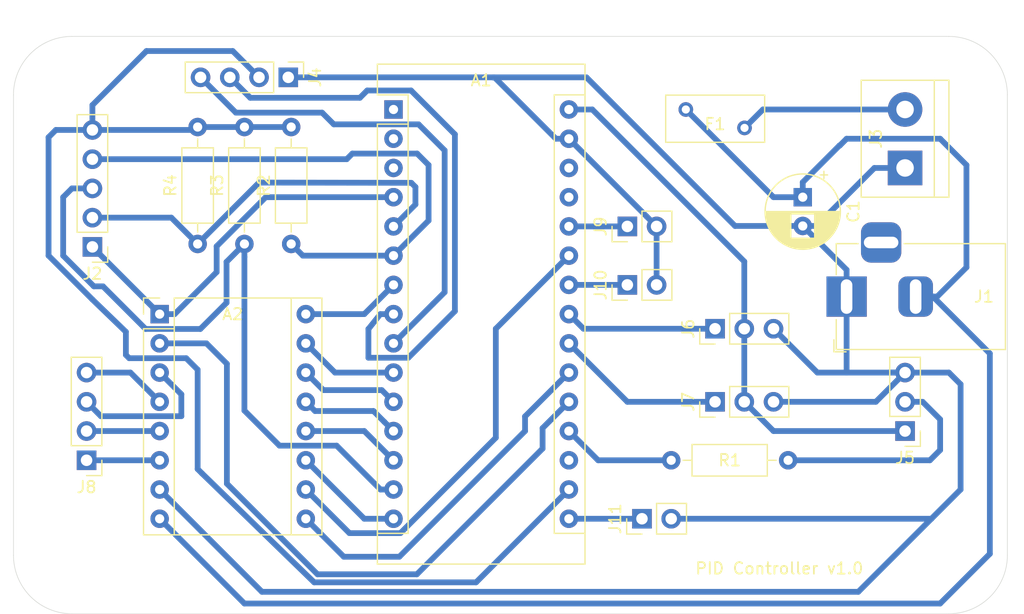
<source format=kicad_pcb>
(kicad_pcb (version 20171130) (host pcbnew 5.1.5+dfsg1-2build2)

  (general
    (thickness 1.6)
    (drawings 9)
    (tracks 192)
    (zones 0)
    (modules 19)
    (nets 37)
  )

  (page A4)
  (layers
    (0 F.Cu signal)
    (31 B.Cu signal)
    (32 B.Adhes user)
    (33 F.Adhes user)
    (34 B.Paste user)
    (35 F.Paste user)
    (36 B.SilkS user)
    (37 F.SilkS user)
    (38 B.Mask user)
    (39 F.Mask user)
    (40 Dwgs.User user)
    (41 Cmts.User user)
    (42 Eco1.User user)
    (43 Eco2.User user)
    (44 Edge.Cuts user)
    (45 Margin user)
    (46 B.CrtYd user)
    (47 F.CrtYd user)
    (48 B.Fab user)
    (49 F.Fab user)
  )

  (setup
    (last_trace_width 0.5)
    (user_trace_width 0.5)
    (trace_clearance 0.2)
    (zone_clearance 0.508)
    (zone_45_only no)
    (trace_min 0.2)
    (via_size 0.8)
    (via_drill 0.4)
    (via_min_size 0.4)
    (via_min_drill 0.3)
    (uvia_size 0.3)
    (uvia_drill 0.1)
    (uvias_allowed no)
    (uvia_min_size 0.2)
    (uvia_min_drill 0.1)
    (edge_width 0.05)
    (segment_width 0.2)
    (pcb_text_width 0.3)
    (pcb_text_size 1.5 1.5)
    (mod_edge_width 0.12)
    (mod_text_size 1 1)
    (mod_text_width 0.15)
    (pad_size 1.524 1.524)
    (pad_drill 0.762)
    (pad_to_mask_clearance 0.051)
    (solder_mask_min_width 0.25)
    (aux_axis_origin 0 0)
    (visible_elements FFFFFF7F)
    (pcbplotparams
      (layerselection 0x010fc_ffffffff)
      (usegerberextensions false)
      (usegerberattributes false)
      (usegerberadvancedattributes false)
      (creategerberjobfile false)
      (excludeedgelayer true)
      (linewidth 0.100000)
      (plotframeref false)
      (viasonmask false)
      (mode 1)
      (useauxorigin false)
      (hpglpennumber 1)
      (hpglpenspeed 20)
      (hpglpendiameter 15.000000)
      (psnegative false)
      (psa4output false)
      (plotreference true)
      (plotvalue true)
      (plotinvisibletext false)
      (padsonsilk false)
      (subtractmaskfromsilk false)
      (outputformat 1)
      (mirror false)
      (drillshape 0)
      (scaleselection 1)
      (outputdirectory "Gerbers/"))
  )

  (net 0 "")
  (net 1 "Net-(A1-Pad1)")
  (net 2 VCC)
  (net 3 "Net-(A1-Pad2)")
  (net 4 "Net-(A1-Pad18)")
  (net 5 "Net-(A1-Pad3)")
  (net 6 "Net-(A1-Pad19)")
  (net 7 GND)
  (net 8 FLT)
  (net 9 "Net-(A1-Pad5)")
  (net 10 EN)
  (net 11 "Net-(A1-Pad6)")
  (net 12 SERVO2)
  (net 13 M2)
  (net 14 SERVO1)
  (net 15 "Net-(A1-Pad8)")
  (net 16 LIMIT2)
  (net 17 "Net-(A1-Pad9)")
  (net 18 SLP)
  (net 19 M1)
  (net 20 LIMIT1)
  (net 21 M0)
  (net 22 "Net-(A1-Pad27)")
  (net 23 DIR)
  (net 24 "Net-(A1-Pad28)")
  (net 25 RST)
  (net 26 INDEX)
  (net 27 VIN)
  (net 28 STP)
  (net 29 LIMIT3)
  (net 30 "Net-(A2-Pad3)")
  (net 31 "Net-(A2-Pad4)")
  (net 32 "Net-(A2-Pad5)")
  (net 33 "Net-(A2-Pad6)")
  (net 34 12V)
  (net 35 "Net-(F1-Pad2)")
  (net 36 "Net-(J5-Pad2)")

  (net_class Default "This is the default net class."
    (clearance 0.2)
    (trace_width 0.25)
    (via_dia 0.8)
    (via_drill 0.4)
    (uvia_dia 0.3)
    (uvia_drill 0.1)
    (add_net 12V)
    (add_net DIR)
    (add_net EN)
    (add_net FLT)
    (add_net GND)
    (add_net INDEX)
    (add_net LIMIT1)
    (add_net LIMIT2)
    (add_net LIMIT3)
    (add_net M0)
    (add_net M1)
    (add_net M2)
    (add_net "Net-(A1-Pad1)")
    (add_net "Net-(A1-Pad18)")
    (add_net "Net-(A1-Pad19)")
    (add_net "Net-(A1-Pad2)")
    (add_net "Net-(A1-Pad27)")
    (add_net "Net-(A1-Pad28)")
    (add_net "Net-(A1-Pad3)")
    (add_net "Net-(A1-Pad5)")
    (add_net "Net-(A1-Pad6)")
    (add_net "Net-(A1-Pad8)")
    (add_net "Net-(A1-Pad9)")
    (add_net "Net-(A2-Pad3)")
    (add_net "Net-(A2-Pad4)")
    (add_net "Net-(A2-Pad5)")
    (add_net "Net-(A2-Pad6)")
    (add_net "Net-(F1-Pad2)")
    (add_net "Net-(J5-Pad2)")
    (add_net RST)
    (add_net SERVO1)
    (add_net SERVO2)
    (add_net SLP)
    (add_net STP)
    (add_net VCC)
    (add_net VIN)
  )

  (module Resistor_THT:R_Axial_DIN0207_L6.3mm_D2.5mm_P10.16mm_Horizontal (layer F.Cu) (tedit 5AE5139B) (tstamp 5FB63B4B)
    (at 87.122 104.394 90)
    (descr "Resistor, Axial_DIN0207 series, Axial, Horizontal, pin pitch=10.16mm, 0.25W = 1/4W, length*diameter=6.3*2.5mm^2, http://cdn-reichelt.de/documents/datenblatt/B400/1_4W%23YAG.pdf")
    (tags "Resistor Axial_DIN0207 series Axial Horizontal pin pitch 10.16mm 0.25W = 1/4W length 6.3mm diameter 2.5mm")
    (path /5FB6C8A6)
    (fp_text reference R4 (at 5.08 -2.37 90) (layer F.SilkS)
      (effects (font (size 1 1) (thickness 0.15)))
    )
    (fp_text value 2K7 (at 5.08 2.37 90) (layer F.Fab)
      (effects (font (size 1 1) (thickness 0.15)))
    )
    (fp_line (start 1.93 -1.25) (end 1.93 1.25) (layer F.Fab) (width 0.1))
    (fp_line (start 1.93 1.25) (end 8.23 1.25) (layer F.Fab) (width 0.1))
    (fp_line (start 8.23 1.25) (end 8.23 -1.25) (layer F.Fab) (width 0.1))
    (fp_line (start 8.23 -1.25) (end 1.93 -1.25) (layer F.Fab) (width 0.1))
    (fp_line (start 0 0) (end 1.93 0) (layer F.Fab) (width 0.1))
    (fp_line (start 10.16 0) (end 8.23 0) (layer F.Fab) (width 0.1))
    (fp_line (start 1.81 -1.37) (end 1.81 1.37) (layer F.SilkS) (width 0.12))
    (fp_line (start 1.81 1.37) (end 8.35 1.37) (layer F.SilkS) (width 0.12))
    (fp_line (start 8.35 1.37) (end 8.35 -1.37) (layer F.SilkS) (width 0.12))
    (fp_line (start 8.35 -1.37) (end 1.81 -1.37) (layer F.SilkS) (width 0.12))
    (fp_line (start 1.04 0) (end 1.81 0) (layer F.SilkS) (width 0.12))
    (fp_line (start 9.12 0) (end 8.35 0) (layer F.SilkS) (width 0.12))
    (fp_line (start -1.05 -1.5) (end -1.05 1.5) (layer F.CrtYd) (width 0.05))
    (fp_line (start -1.05 1.5) (end 11.21 1.5) (layer F.CrtYd) (width 0.05))
    (fp_line (start 11.21 1.5) (end 11.21 -1.5) (layer F.CrtYd) (width 0.05))
    (fp_line (start 11.21 -1.5) (end -1.05 -1.5) (layer F.CrtYd) (width 0.05))
    (fp_text user %R (at 5.08 0 90) (layer F.Fab)
      (effects (font (size 1 1) (thickness 0.15)))
    )
    (pad 1 thru_hole circle (at 0 0 90) (size 1.6 1.6) (drill 0.8) (layers *.Cu *.Mask)
      (net 9 "Net-(A1-Pad5)"))
    (pad 2 thru_hole oval (at 10.16 0 90) (size 1.6 1.6) (drill 0.8) (layers *.Cu *.Mask)
      (net 2 VCC))
    (model ${KISYS3DMOD}/Resistor_THT.3dshapes/R_Axial_DIN0207_L6.3mm_D2.5mm_P10.16mm_Horizontal.wrl
      (at (xyz 0 0 0))
      (scale (xyz 1 1 1))
      (rotate (xyz 0 0 0))
    )
  )

  (module Module:Arduino_Nano (layer F.Cu) (tedit 58ACAF70) (tstamp 5FA2F516)
    (at 104.14 92.71)
    (descr "Arduino Nano, http://www.mouser.com/pdfdocs/Gravitech_Arduino_Nano3_0.pdf")
    (tags "Arduino Nano")
    (path /5F6A3F78)
    (fp_text reference A1 (at 7.62 -2.54) (layer F.SilkS)
      (effects (font (size 1 1) (thickness 0.15)))
    )
    (fp_text value Arduino_Nano_v3.x (at 8.89 19.05 270) (layer F.Fab)
      (effects (font (size 1 1) (thickness 0.15)))
    )
    (fp_text user %R (at 6.35 19.05 90) (layer F.Fab)
      (effects (font (size 1 1) (thickness 0.15)))
    )
    (fp_line (start 1.27 1.27) (end 1.27 -1.27) (layer F.SilkS) (width 0.12))
    (fp_line (start 1.27 -1.27) (end -1.4 -1.27) (layer F.SilkS) (width 0.12))
    (fp_line (start -1.4 1.27) (end -1.4 39.5) (layer F.SilkS) (width 0.12))
    (fp_line (start -1.4 -3.94) (end -1.4 -1.27) (layer F.SilkS) (width 0.12))
    (fp_line (start 13.97 -1.27) (end 16.64 -1.27) (layer F.SilkS) (width 0.12))
    (fp_line (start 13.97 -1.27) (end 13.97 36.83) (layer F.SilkS) (width 0.12))
    (fp_line (start 13.97 36.83) (end 16.64 36.83) (layer F.SilkS) (width 0.12))
    (fp_line (start 1.27 1.27) (end -1.4 1.27) (layer F.SilkS) (width 0.12))
    (fp_line (start 1.27 1.27) (end 1.27 36.83) (layer F.SilkS) (width 0.12))
    (fp_line (start 1.27 36.83) (end -1.4 36.83) (layer F.SilkS) (width 0.12))
    (fp_line (start 3.81 31.75) (end 11.43 31.75) (layer F.Fab) (width 0.1))
    (fp_line (start 11.43 31.75) (end 11.43 41.91) (layer F.Fab) (width 0.1))
    (fp_line (start 11.43 41.91) (end 3.81 41.91) (layer F.Fab) (width 0.1))
    (fp_line (start 3.81 41.91) (end 3.81 31.75) (layer F.Fab) (width 0.1))
    (fp_line (start -1.4 39.5) (end 16.64 39.5) (layer F.SilkS) (width 0.12))
    (fp_line (start 16.64 39.5) (end 16.64 -3.94) (layer F.SilkS) (width 0.12))
    (fp_line (start 16.64 -3.94) (end -1.4 -3.94) (layer F.SilkS) (width 0.12))
    (fp_line (start 16.51 39.37) (end -1.27 39.37) (layer F.Fab) (width 0.1))
    (fp_line (start -1.27 39.37) (end -1.27 -2.54) (layer F.Fab) (width 0.1))
    (fp_line (start -1.27 -2.54) (end 0 -3.81) (layer F.Fab) (width 0.1))
    (fp_line (start 0 -3.81) (end 16.51 -3.81) (layer F.Fab) (width 0.1))
    (fp_line (start 16.51 -3.81) (end 16.51 39.37) (layer F.Fab) (width 0.1))
    (fp_line (start -1.53 -4.06) (end 16.75 -4.06) (layer F.CrtYd) (width 0.05))
    (fp_line (start -1.53 -4.06) (end -1.53 42.16) (layer F.CrtYd) (width 0.05))
    (fp_line (start 16.75 42.16) (end 16.75 -4.06) (layer F.CrtYd) (width 0.05))
    (fp_line (start 16.75 42.16) (end -1.53 42.16) (layer F.CrtYd) (width 0.05))
    (pad 1 thru_hole rect (at 0 0) (size 1.6 1.6) (drill 0.8) (layers *.Cu *.Mask)
      (net 1 "Net-(A1-Pad1)"))
    (pad 17 thru_hole oval (at 15.24 33.02) (size 1.6 1.6) (drill 0.8) (layers *.Cu *.Mask)
      (net 2 VCC))
    (pad 2 thru_hole oval (at 0 2.54) (size 1.6 1.6) (drill 0.8) (layers *.Cu *.Mask)
      (net 3 "Net-(A1-Pad2)"))
    (pad 18 thru_hole oval (at 15.24 30.48) (size 1.6 1.6) (drill 0.8) (layers *.Cu *.Mask)
      (net 4 "Net-(A1-Pad18)"))
    (pad 3 thru_hole oval (at 0 5.08) (size 1.6 1.6) (drill 0.8) (layers *.Cu *.Mask)
      (net 5 "Net-(A1-Pad3)"))
    (pad 19 thru_hole oval (at 15.24 27.94) (size 1.6 1.6) (drill 0.8) (layers *.Cu *.Mask)
      (net 6 "Net-(A1-Pad19)"))
    (pad 4 thru_hole oval (at 0 7.62) (size 1.6 1.6) (drill 0.8) (layers *.Cu *.Mask)
      (net 7 GND))
    (pad 20 thru_hole oval (at 15.24 25.4) (size 1.6 1.6) (drill 0.8) (layers *.Cu *.Mask)
      (net 8 FLT))
    (pad 5 thru_hole oval (at 0 10.16) (size 1.6 1.6) (drill 0.8) (layers *.Cu *.Mask)
      (net 9 "Net-(A1-Pad5)"))
    (pad 21 thru_hole oval (at 15.24 22.86) (size 1.6 1.6) (drill 0.8) (layers *.Cu *.Mask)
      (net 10 EN))
    (pad 6 thru_hole oval (at 0 12.7) (size 1.6 1.6) (drill 0.8) (layers *.Cu *.Mask)
      (net 11 "Net-(A1-Pad6)"))
    (pad 22 thru_hole oval (at 15.24 20.32) (size 1.6 1.6) (drill 0.8) (layers *.Cu *.Mask)
      (net 12 SERVO2))
    (pad 7 thru_hole oval (at 0 15.24) (size 1.6 1.6) (drill 0.8) (layers *.Cu *.Mask)
      (net 23 DIR))
    (pad 23 thru_hole oval (at 15.24 17.78) (size 1.6 1.6) (drill 0.8) (layers *.Cu *.Mask)
      (net 14 SERVO1))
    (pad 8 thru_hole oval (at 0 17.78) (size 1.6 1.6) (drill 0.8) (layers *.Cu *.Mask)
      (net 15 "Net-(A1-Pad8)"))
    (pad 24 thru_hole oval (at 15.24 15.24) (size 1.6 1.6) (drill 0.8) (layers *.Cu *.Mask)
      (net 16 LIMIT2))
    (pad 9 thru_hole oval (at 0 20.32) (size 1.6 1.6) (drill 0.8) (layers *.Cu *.Mask)
      (net 17 "Net-(A1-Pad9)"))
    (pad 25 thru_hole oval (at 15.24 12.7) (size 1.6 1.6) (drill 0.8) (layers *.Cu *.Mask)
      (net 21 M0))
    (pad 10 thru_hole oval (at 0 22.86) (size 1.6 1.6) (drill 0.8) (layers *.Cu *.Mask)
      (net 28 STP))
    (pad 26 thru_hole oval (at 15.24 10.16) (size 1.6 1.6) (drill 0.8) (layers *.Cu *.Mask)
      (net 20 LIMIT1))
    (pad 11 thru_hole oval (at 0 25.4) (size 1.6 1.6) (drill 0.8) (layers *.Cu *.Mask)
      (net 18 SLP))
    (pad 27 thru_hole oval (at 15.24 7.62) (size 1.6 1.6) (drill 0.8) (layers *.Cu *.Mask)
      (net 22 "Net-(A1-Pad27)"))
    (pad 12 thru_hole oval (at 0 27.94) (size 1.6 1.6) (drill 0.8) (layers *.Cu *.Mask)
      (net 25 RST))
    (pad 28 thru_hole oval (at 15.24 5.08) (size 1.6 1.6) (drill 0.8) (layers *.Cu *.Mask)
      (net 24 "Net-(A1-Pad28)"))
    (pad 13 thru_hole oval (at 0 30.48) (size 1.6 1.6) (drill 0.8) (layers *.Cu *.Mask)
      (net 13 M2))
    (pad 29 thru_hole oval (at 15.24 2.54) (size 1.6 1.6) (drill 0.8) (layers *.Cu *.Mask)
      (net 7 GND))
    (pad 14 thru_hole oval (at 0 33.02) (size 1.6 1.6) (drill 0.8) (layers *.Cu *.Mask)
      (net 26 INDEX))
    (pad 30 thru_hole oval (at 15.24 0) (size 1.6 1.6) (drill 0.8) (layers *.Cu *.Mask)
      (net 27 VIN))
    (pad 15 thru_hole oval (at 0 35.56) (size 1.6 1.6) (drill 0.8) (layers *.Cu *.Mask)
      (net 19 M1))
    (pad 16 thru_hole oval (at 15.24 35.56) (size 1.6 1.6) (drill 0.8) (layers *.Cu *.Mask)
      (net 29 LIMIT3))
    (model ${KISYS3DMOD}/Module.3dshapes/Arduino_Nano_WithMountingHoles.wrl
      (at (xyz 0 0 0))
      (scale (xyz 1 1 1))
      (rotate (xyz 0 0 0))
    )
  )

  (module TerminalBlock:TerminalBlock_bornier-2_P5.08mm (layer F.Cu) (tedit 59FF03AB) (tstamp 5FA2F618)
    (at 148.59 97.79 90)
    (descr "simple 2-pin terminal block, pitch 5.08mm, revamped version of bornier2")
    (tags "terminal block bornier2")
    (path /5F9A9ACA)
    (fp_text reference J3 (at 2.54 -2.54 90) (layer F.SilkS)
      (effects (font (size 1 1) (thickness 0.15)))
    )
    (fp_text value DC_Motor_Power_OUTPUT (at 2.54 5.08 90) (layer F.Fab)
      (effects (font (size 1 1) (thickness 0.15)))
    )
    (fp_line (start 7.79 4) (end -2.71 4) (layer F.CrtYd) (width 0.05))
    (fp_line (start 7.79 4) (end 7.79 -4) (layer F.CrtYd) (width 0.05))
    (fp_line (start -2.71 -4) (end -2.71 4) (layer F.CrtYd) (width 0.05))
    (fp_line (start -2.71 -4) (end 7.79 -4) (layer F.CrtYd) (width 0.05))
    (fp_line (start -2.54 3.81) (end 7.62 3.81) (layer F.SilkS) (width 0.12))
    (fp_line (start -2.54 -3.81) (end -2.54 3.81) (layer F.SilkS) (width 0.12))
    (fp_line (start 7.62 -3.81) (end -2.54 -3.81) (layer F.SilkS) (width 0.12))
    (fp_line (start 7.62 3.81) (end 7.62 -3.81) (layer F.SilkS) (width 0.12))
    (fp_line (start 7.62 2.54) (end -2.54 2.54) (layer F.SilkS) (width 0.12))
    (fp_line (start 7.54 -3.75) (end -2.46 -3.75) (layer F.Fab) (width 0.1))
    (fp_line (start 7.54 3.75) (end 7.54 -3.75) (layer F.Fab) (width 0.1))
    (fp_line (start -2.46 3.75) (end 7.54 3.75) (layer F.Fab) (width 0.1))
    (fp_line (start -2.46 -3.75) (end -2.46 3.75) (layer F.Fab) (width 0.1))
    (fp_line (start -2.41 2.55) (end 7.49 2.55) (layer F.Fab) (width 0.1))
    (fp_text user %R (at 2.54 0 90) (layer F.Fab)
      (effects (font (size 1 1) (thickness 0.15)))
    )
    (pad 2 thru_hole circle (at 5.08 0 90) (size 3 3) (drill 1.52) (layers *.Cu *.Mask)
      (net 35 "Net-(F1-Pad2)"))
    (pad 1 thru_hole rect (at 0 0 90) (size 3 3) (drill 1.52) (layers *.Cu *.Mask)
      (net 7 GND))
    (model ${KISYS3DMOD}/TerminalBlock.3dshapes/TerminalBlock_bornier-2_P5.08mm.wrl
      (offset (xyz 2.539999961853027 0 0))
      (scale (xyz 1 1 1))
      (rotate (xyz 0 0 0))
    )
  )

  (module Module:Pololu_Breakout-16_15.2x20.3mm (layer F.Cu) (tedit 58AB602C) (tstamp 5FA2F53E)
    (at 83.82 110.49)
    (descr "Pololu Breakout 16-pin 15.2x20.3mm 0.6x0.8\\")
    (tags "Pololu Breakout")
    (path /5F9B68B3)
    (fp_text reference A2 (at 6.35 0) (layer F.SilkS)
      (effects (font (size 1 1) (thickness 0.15)))
    )
    (fp_text value StepperDriver_DRV8825 (at 6.35 20.17) (layer F.Fab)
      (effects (font (size 1 1) (thickness 0.15)))
    )
    (fp_text user %R (at 6.35 0) (layer F.Fab)
      (effects (font (size 1 1) (thickness 0.15)))
    )
    (fp_line (start 11.43 -1.4) (end 11.43 19.18) (layer F.SilkS) (width 0.12))
    (fp_line (start 1.27 1.27) (end 1.27 19.18) (layer F.SilkS) (width 0.12))
    (fp_line (start 0 -1.4) (end -1.4 -1.4) (layer F.SilkS) (width 0.12))
    (fp_line (start -1.4 -1.4) (end -1.4 0) (layer F.SilkS) (width 0.12))
    (fp_line (start 1.27 -1.4) (end 1.27 1.27) (layer F.SilkS) (width 0.12))
    (fp_line (start 1.27 1.27) (end -1.4 1.27) (layer F.SilkS) (width 0.12))
    (fp_line (start -1.4 1.27) (end -1.4 19.18) (layer F.SilkS) (width 0.12))
    (fp_line (start -1.4 19.18) (end 14.1 19.18) (layer F.SilkS) (width 0.12))
    (fp_line (start 14.1 19.18) (end 14.1 -1.4) (layer F.SilkS) (width 0.12))
    (fp_line (start 14.1 -1.4) (end 1.27 -1.4) (layer F.SilkS) (width 0.12))
    (fp_line (start -1.27 0) (end 0 -1.27) (layer F.Fab) (width 0.1))
    (fp_line (start 0 -1.27) (end 13.97 -1.27) (layer F.Fab) (width 0.1))
    (fp_line (start 13.97 -1.27) (end 13.97 19.05) (layer F.Fab) (width 0.1))
    (fp_line (start 13.97 19.05) (end -1.27 19.05) (layer F.Fab) (width 0.1))
    (fp_line (start -1.27 19.05) (end -1.27 0) (layer F.Fab) (width 0.1))
    (fp_line (start -1.53 -1.52) (end 14.21 -1.52) (layer F.CrtYd) (width 0.05))
    (fp_line (start -1.53 -1.52) (end -1.53 19.3) (layer F.CrtYd) (width 0.05))
    (fp_line (start 14.21 19.3) (end 14.21 -1.52) (layer F.CrtYd) (width 0.05))
    (fp_line (start 14.21 19.3) (end -1.53 19.3) (layer F.CrtYd) (width 0.05))
    (pad 1 thru_hole rect (at 0 0) (size 1.6 1.6) (drill 0.8) (layers *.Cu *.Mask)
      (net 7 GND))
    (pad 9 thru_hole oval (at 12.7 17.78) (size 1.6 1.6) (drill 0.8) (layers *.Cu *.Mask)
      (net 10 EN))
    (pad 2 thru_hole oval (at 0 2.54) (size 1.6 1.6) (drill 0.8) (layers *.Cu *.Mask)
      (net 8 FLT))
    (pad 10 thru_hole oval (at 12.7 15.24) (size 1.6 1.6) (drill 0.8) (layers *.Cu *.Mask)
      (net 21 M0))
    (pad 3 thru_hole oval (at 0 5.08) (size 1.6 1.6) (drill 0.8) (layers *.Cu *.Mask)
      (net 30 "Net-(A2-Pad3)"))
    (pad 11 thru_hole oval (at 12.7 12.7) (size 1.6 1.6) (drill 0.8) (layers *.Cu *.Mask)
      (net 19 M1))
    (pad 4 thru_hole oval (at 0 7.62) (size 1.6 1.6) (drill 0.8) (layers *.Cu *.Mask)
      (net 31 "Net-(A2-Pad4)"))
    (pad 12 thru_hole oval (at 12.7 10.16) (size 1.6 1.6) (drill 0.8) (layers *.Cu *.Mask)
      (net 13 M2))
    (pad 5 thru_hole oval (at 0 10.16) (size 1.6 1.6) (drill 0.8) (layers *.Cu *.Mask)
      (net 32 "Net-(A2-Pad5)"))
    (pad 13 thru_hole oval (at 12.7 7.62) (size 1.6 1.6) (drill 0.8) (layers *.Cu *.Mask)
      (net 25 RST))
    (pad 6 thru_hole oval (at 0 12.7) (size 1.6 1.6) (drill 0.8) (layers *.Cu *.Mask)
      (net 33 "Net-(A2-Pad6)"))
    (pad 14 thru_hole oval (at 12.7 5.08) (size 1.6 1.6) (drill 0.8) (layers *.Cu *.Mask)
      (net 18 SLP))
    (pad 7 thru_hole oval (at 0 15.24) (size 1.6 1.6) (drill 0.8) (layers *.Cu *.Mask)
      (net 7 GND))
    (pad 15 thru_hole oval (at 12.7 2.54) (size 1.6 1.6) (drill 0.8) (layers *.Cu *.Mask)
      (net 28 STP))
    (pad 8 thru_hole oval (at 0 17.78) (size 1.6 1.6) (drill 0.8) (layers *.Cu *.Mask)
      (net 34 12V))
    (pad 16 thru_hole oval (at 12.7 0) (size 1.6 1.6) (drill 0.8) (layers *.Cu *.Mask)
      (net 23 DIR))
    (model ${KISYS3DMOD}/Module.3dshapes/Pololu_Breakout-16_15.2x20.3mm.wrl
      (at (xyz 0 0 0))
      (scale (xyz 1 1 1))
      (rotate (xyz 0 0 0))
    )
  )

  (module Fuse_BelFuse_0ZRE0005FF_L8.3mm_W3.8mm (layer F.Cu) (tedit 5BAABA15) (tstamp 5FA2F5D5)
    (at 129.54 92.71)
    (descr "Fuse 0ZRE0005FF, BelFuse, Radial Leaded PTC, https://www.belfuse.com/resources/datasheets/circuitprotection/ds-cp-0zre-series.pdf")
    (tags "0ZRE BelFuse radial PTC")
    (path /5F7FB4D2)
    (fp_text reference F1 (at 2.54 1.27 180) (layer F.SilkS)
      (effects (font (size 1 1) (thickness 0.15)))
    )
    (fp_text value 2A (at 0 1.27) (layer F.Fab)
      (effects (font (size 1 1) (thickness 0.15)))
    )
    (fp_line (start -1.75 2.85) (end 6.85 2.85) (layer F.SilkS) (width 0.12))
    (fp_line (start 6.85 -1.25) (end 6.85 2.85) (layer F.SilkS) (width 0.12))
    (fp_line (start -1.75 -1.25) (end -1.75 2.85) (layer F.SilkS) (width 0.12))
    (fp_line (start -1.75 -1.25) (end 6.85 -1.25) (layer F.SilkS) (width 0.12))
    (fp_line (start -1.85 2.95) (end 6.95 2.95) (layer F.CrtYd) (width 0.05))
    (fp_line (start 6.95 -1.35) (end 6.95 2.95) (layer F.CrtYd) (width 0.05))
    (fp_line (start -1.85 -1.35) (end -1.85 2.95) (layer F.CrtYd) (width 0.05))
    (fp_line (start -1.85 -1.35) (end 6.95 -1.35) (layer F.CrtYd) (width 0.05))
    (fp_text user %R (at 3.81 0) (layer F.Fab)
      (effects (font (size 1 1) (thickness 0.15)))
    )
    (fp_line (start -1.6 -1.1) (end 6.7 -1.1) (layer F.Fab) (width 0.1))
    (fp_line (start -1.6 2.7) (end 6.7 2.7) (layer F.Fab) (width 0.1))
    (fp_line (start -1.6 -1.1) (end -1.6 2.7) (layer F.Fab) (width 0.1))
    (fp_line (start 6.7 -1.1) (end 6.7 2.7) (layer F.Fab) (width 0.1))
    (pad 2 thru_hole circle (at 5.1 1.6) (size 1.27 1.27) (drill 0.71) (layers *.Cu *.Mask)
      (net 35 "Net-(F1-Pad2)"))
    (pad 1 thru_hole circle (at 0 0) (size 1.27 1.27) (drill 0.71) (layers *.Cu *.Mask)
      (net 34 12V))
    (model ${KISYS3DMOD}/Fuse.3dshapes/Fuse_BelFuse_0ZRE_0ZRE0005FF_L8.3mm_W3.8mm.wrl
      (at (xyz 0 0 0))
      (scale (xyz 1 1 1))
      (rotate (xyz 0 0 0))
    )
  )

  (module Connector_PinHeader_2.54mm:PinHeader_1x05_P2.54mm_Vertical (layer F.Cu) (tedit 59FED5CC) (tstamp 5FA2F603)
    (at 77.978 104.648 180)
    (descr "Through hole straight pin header, 1x05, 2.54mm pitch, single row")
    (tags "Through hole pin header THT 1x05 2.54mm single row")
    (path /5F7ECCA7)
    (fp_text reference J2 (at 0 -2.33) (layer F.SilkS)
      (effects (font (size 1 1) (thickness 0.15)))
    )
    (fp_text value Encoder_Conn_01x05 (at 0 12.49) (layer F.Fab)
      (effects (font (size 1 1) (thickness 0.15)))
    )
    (fp_line (start -0.635 -1.27) (end 1.27 -1.27) (layer F.Fab) (width 0.1))
    (fp_line (start 1.27 -1.27) (end 1.27 11.43) (layer F.Fab) (width 0.1))
    (fp_line (start 1.27 11.43) (end -1.27 11.43) (layer F.Fab) (width 0.1))
    (fp_line (start -1.27 11.43) (end -1.27 -0.635) (layer F.Fab) (width 0.1))
    (fp_line (start -1.27 -0.635) (end -0.635 -1.27) (layer F.Fab) (width 0.1))
    (fp_line (start -1.33 11.49) (end 1.33 11.49) (layer F.SilkS) (width 0.12))
    (fp_line (start -1.33 1.27) (end -1.33 11.49) (layer F.SilkS) (width 0.12))
    (fp_line (start 1.33 1.27) (end 1.33 11.49) (layer F.SilkS) (width 0.12))
    (fp_line (start -1.33 1.27) (end 1.33 1.27) (layer F.SilkS) (width 0.12))
    (fp_line (start -1.33 0) (end -1.33 -1.33) (layer F.SilkS) (width 0.12))
    (fp_line (start -1.33 -1.33) (end 0 -1.33) (layer F.SilkS) (width 0.12))
    (fp_line (start -1.8 -1.8) (end -1.8 11.95) (layer F.CrtYd) (width 0.05))
    (fp_line (start -1.8 11.95) (end 1.8 11.95) (layer F.CrtYd) (width 0.05))
    (fp_line (start 1.8 11.95) (end 1.8 -1.8) (layer F.CrtYd) (width 0.05))
    (fp_line (start 1.8 -1.8) (end -1.8 -1.8) (layer F.CrtYd) (width 0.05))
    (fp_text user %R (at 0 5.08 90) (layer F.Fab)
      (effects (font (size 1 1) (thickness 0.15)))
    )
    (pad 1 thru_hole rect (at 0 0 180) (size 1.7 1.7) (drill 1) (layers *.Cu *.Mask)
      (net 7 GND))
    (pad 2 thru_hole oval (at 0 2.54 180) (size 1.7 1.7) (drill 1) (layers *.Cu *.Mask)
      (net 9 "Net-(A1-Pad5)"))
    (pad 3 thru_hole oval (at 0 5.08 180) (size 1.7 1.7) (drill 1) (layers *.Cu *.Mask)
      (net 26 INDEX))
    (pad 4 thru_hole oval (at 0 7.62 180) (size 1.7 1.7) (drill 1) (layers *.Cu *.Mask)
      (net 11 "Net-(A1-Pad6)"))
    (pad 5 thru_hole oval (at 0 10.16 180) (size 1.7 1.7) (drill 1) (layers *.Cu *.Mask)
      (net 2 VCC))
    (model ${KISYS3DMOD}/Connector_PinHeader_2.54mm.3dshapes/PinHeader_1x05_P2.54mm_Vertical.wrl
      (at (xyz 0 0 0))
      (scale (xyz 1 1 1))
      (rotate (xyz 0 0 0))
    )
  )

  (module Connector_PinHeader_2.54mm:PinHeader_1x04_P2.54mm_Vertical (layer F.Cu) (tedit 59FED5CC) (tstamp 5FA2F630)
    (at 94.996 89.916 270)
    (descr "Through hole straight pin header, 1x04, 2.54mm pitch, single row")
    (tags "Through hole pin header THT 1x04 2.54mm single row")
    (path /5F9ADCDD)
    (fp_text reference J4 (at 0 -2.33 90) (layer F.SilkS)
      (effects (font (size 1 1) (thickness 0.15)))
    )
    (fp_text value "Motor Driver Pins" (at 0 9.95 90) (layer F.Fab)
      (effects (font (size 1 1) (thickness 0.15)))
    )
    (fp_line (start -0.635 -1.27) (end 1.27 -1.27) (layer F.Fab) (width 0.1))
    (fp_line (start 1.27 -1.27) (end 1.27 8.89) (layer F.Fab) (width 0.1))
    (fp_line (start 1.27 8.89) (end -1.27 8.89) (layer F.Fab) (width 0.1))
    (fp_line (start -1.27 8.89) (end -1.27 -0.635) (layer F.Fab) (width 0.1))
    (fp_line (start -1.27 -0.635) (end -0.635 -1.27) (layer F.Fab) (width 0.1))
    (fp_line (start -1.33 8.95) (end 1.33 8.95) (layer F.SilkS) (width 0.12))
    (fp_line (start -1.33 1.27) (end -1.33 8.95) (layer F.SilkS) (width 0.12))
    (fp_line (start 1.33 1.27) (end 1.33 8.95) (layer F.SilkS) (width 0.12))
    (fp_line (start -1.33 1.27) (end 1.33 1.27) (layer F.SilkS) (width 0.12))
    (fp_line (start -1.33 0) (end -1.33 -1.33) (layer F.SilkS) (width 0.12))
    (fp_line (start -1.33 -1.33) (end 0 -1.33) (layer F.SilkS) (width 0.12))
    (fp_line (start -1.8 -1.8) (end -1.8 9.4) (layer F.CrtYd) (width 0.05))
    (fp_line (start -1.8 9.4) (end 1.8 9.4) (layer F.CrtYd) (width 0.05))
    (fp_line (start 1.8 9.4) (end 1.8 -1.8) (layer F.CrtYd) (width 0.05))
    (fp_line (start 1.8 -1.8) (end -1.8 -1.8) (layer F.CrtYd) (width 0.05))
    (fp_text user %R (at 0 3.81) (layer F.Fab)
      (effects (font (size 1 1) (thickness 0.15)))
    )
    (pad 1 thru_hole rect (at 0 0 270) (size 1.7 1.7) (drill 1) (layers *.Cu *.Mask)
      (net 7 GND))
    (pad 2 thru_hole oval (at 0 2.54 270) (size 1.7 1.7) (drill 1) (layers *.Cu *.Mask)
      (net 2 VCC))
    (pad 3 thru_hole oval (at 0 5.08 270) (size 1.7 1.7) (drill 1) (layers *.Cu *.Mask)
      (net 15 "Net-(A1-Pad8)"))
    (pad 4 thru_hole oval (at 0 7.62 270) (size 1.7 1.7) (drill 1) (layers *.Cu *.Mask)
      (net 17 "Net-(A1-Pad9)"))
    (model ${KISYS3DMOD}/Connector_PinHeader_2.54mm.3dshapes/PinHeader_1x04_P2.54mm_Vertical.wrl
      (at (xyz 0 0 0))
      (scale (xyz 1 1 1))
      (rotate (xyz 0 0 0))
    )
  )

  (module Connector_PinHeader_2.54mm:PinHeader_1x03_P2.54mm_Vertical (layer F.Cu) (tedit 59FED5CC) (tstamp 5FA2F647)
    (at 148.59 120.65 180)
    (descr "Through hole straight pin header, 1x03, 2.54mm pitch, single row")
    (tags "Through hole pin header THT 1x03 2.54mm single row")
    (path /5F99F03B)
    (fp_text reference J5 (at 0 -2.33) (layer F.SilkS)
      (effects (font (size 1 1) (thickness 0.15)))
    )
    (fp_text value Neopixel_Conn_01x03_Male (at 0 7.41) (layer F.Fab)
      (effects (font (size 1 1) (thickness 0.15)))
    )
    (fp_line (start -0.635 -1.27) (end 1.27 -1.27) (layer F.Fab) (width 0.1))
    (fp_line (start 1.27 -1.27) (end 1.27 6.35) (layer F.Fab) (width 0.1))
    (fp_line (start 1.27 6.35) (end -1.27 6.35) (layer F.Fab) (width 0.1))
    (fp_line (start -1.27 6.35) (end -1.27 -0.635) (layer F.Fab) (width 0.1))
    (fp_line (start -1.27 -0.635) (end -0.635 -1.27) (layer F.Fab) (width 0.1))
    (fp_line (start -1.33 6.41) (end 1.33 6.41) (layer F.SilkS) (width 0.12))
    (fp_line (start -1.33 1.27) (end -1.33 6.41) (layer F.SilkS) (width 0.12))
    (fp_line (start 1.33 1.27) (end 1.33 6.41) (layer F.SilkS) (width 0.12))
    (fp_line (start -1.33 1.27) (end 1.33 1.27) (layer F.SilkS) (width 0.12))
    (fp_line (start -1.33 0) (end -1.33 -1.33) (layer F.SilkS) (width 0.12))
    (fp_line (start -1.33 -1.33) (end 0 -1.33) (layer F.SilkS) (width 0.12))
    (fp_line (start -1.8 -1.8) (end -1.8 6.85) (layer F.CrtYd) (width 0.05))
    (fp_line (start -1.8 6.85) (end 1.8 6.85) (layer F.CrtYd) (width 0.05))
    (fp_line (start 1.8 6.85) (end 1.8 -1.8) (layer F.CrtYd) (width 0.05))
    (fp_line (start 1.8 -1.8) (end -1.8 -1.8) (layer F.CrtYd) (width 0.05))
    (fp_text user %R (at 0 2.54 90) (layer F.Fab)
      (effects (font (size 1 1) (thickness 0.15)))
    )
    (pad 1 thru_hole rect (at 0 0 180) (size 1.7 1.7) (drill 1) (layers *.Cu *.Mask)
      (net 27 VIN))
    (pad 2 thru_hole oval (at 0 2.54 180) (size 1.7 1.7) (drill 1) (layers *.Cu *.Mask)
      (net 36 "Net-(J5-Pad2)"))
    (pad 3 thru_hole oval (at 0 5.08 180) (size 1.7 1.7) (drill 1) (layers *.Cu *.Mask)
      (net 7 GND))
    (model ${KISYS3DMOD}/Connector_PinHeader_2.54mm.3dshapes/PinHeader_1x03_P2.54mm_Vertical.wrl
      (at (xyz 0 0 0))
      (scale (xyz 1 1 1))
      (rotate (xyz 0 0 0))
    )
  )

  (module Connector_PinHeader_2.54mm:PinHeader_1x03_P2.54mm_Vertical (layer F.Cu) (tedit 59FED5CC) (tstamp 5FA2F65E)
    (at 132.08 111.76 90)
    (descr "Through hole straight pin header, 1x03, 2.54mm pitch, single row")
    (tags "Through hole pin header THT 1x03 2.54mm single row")
    (path /5F98763C)
    (fp_text reference J6 (at 0 -2.33 90) (layer F.SilkS)
      (effects (font (size 1 1) (thickness 0.15)))
    )
    (fp_text value Servo_1_Conn (at 0 7.41 90) (layer F.Fab)
      (effects (font (size 1 1) (thickness 0.15)))
    )
    (fp_text user %R (at 0 2.54) (layer F.Fab)
      (effects (font (size 1 1) (thickness 0.15)))
    )
    (fp_line (start 1.8 -1.8) (end -1.8 -1.8) (layer F.CrtYd) (width 0.05))
    (fp_line (start 1.8 6.85) (end 1.8 -1.8) (layer F.CrtYd) (width 0.05))
    (fp_line (start -1.8 6.85) (end 1.8 6.85) (layer F.CrtYd) (width 0.05))
    (fp_line (start -1.8 -1.8) (end -1.8 6.85) (layer F.CrtYd) (width 0.05))
    (fp_line (start -1.33 -1.33) (end 0 -1.33) (layer F.SilkS) (width 0.12))
    (fp_line (start -1.33 0) (end -1.33 -1.33) (layer F.SilkS) (width 0.12))
    (fp_line (start -1.33 1.27) (end 1.33 1.27) (layer F.SilkS) (width 0.12))
    (fp_line (start 1.33 1.27) (end 1.33 6.41) (layer F.SilkS) (width 0.12))
    (fp_line (start -1.33 1.27) (end -1.33 6.41) (layer F.SilkS) (width 0.12))
    (fp_line (start -1.33 6.41) (end 1.33 6.41) (layer F.SilkS) (width 0.12))
    (fp_line (start -1.27 -0.635) (end -0.635 -1.27) (layer F.Fab) (width 0.1))
    (fp_line (start -1.27 6.35) (end -1.27 -0.635) (layer F.Fab) (width 0.1))
    (fp_line (start 1.27 6.35) (end -1.27 6.35) (layer F.Fab) (width 0.1))
    (fp_line (start 1.27 -1.27) (end 1.27 6.35) (layer F.Fab) (width 0.1))
    (fp_line (start -0.635 -1.27) (end 1.27 -1.27) (layer F.Fab) (width 0.1))
    (pad 3 thru_hole oval (at 0 5.08 90) (size 1.7 1.7) (drill 1) (layers *.Cu *.Mask)
      (net 7 GND))
    (pad 2 thru_hole oval (at 0 2.54 90) (size 1.7 1.7) (drill 1) (layers *.Cu *.Mask)
      (net 27 VIN))
    (pad 1 thru_hole rect (at 0 0 90) (size 1.7 1.7) (drill 1) (layers *.Cu *.Mask)
      (net 14 SERVO1))
    (model ${KISYS3DMOD}/Connector_PinHeader_2.54mm.3dshapes/PinHeader_1x03_P2.54mm_Vertical.wrl
      (at (xyz 0 0 0))
      (scale (xyz 1 1 1))
      (rotate (xyz 0 0 0))
    )
  )

  (module Connector_PinHeader_2.54mm:PinHeader_1x03_P2.54mm_Vertical (layer F.Cu) (tedit 59FED5CC) (tstamp 5FA2F675)
    (at 132.08 118.11 90)
    (descr "Through hole straight pin header, 1x03, 2.54mm pitch, single row")
    (tags "Through hole pin header THT 1x03 2.54mm single row")
    (path /5F988C0A)
    (fp_text reference J7 (at 0 -2.33 90) (layer F.SilkS)
      (effects (font (size 1 1) (thickness 0.15)))
    )
    (fp_text value Servo_2_Conn (at 0 7.41 90) (layer F.Fab)
      (effects (font (size 1 1) (thickness 0.15)))
    )
    (fp_line (start -0.635 -1.27) (end 1.27 -1.27) (layer F.Fab) (width 0.1))
    (fp_line (start 1.27 -1.27) (end 1.27 6.35) (layer F.Fab) (width 0.1))
    (fp_line (start 1.27 6.35) (end -1.27 6.35) (layer F.Fab) (width 0.1))
    (fp_line (start -1.27 6.35) (end -1.27 -0.635) (layer F.Fab) (width 0.1))
    (fp_line (start -1.27 -0.635) (end -0.635 -1.27) (layer F.Fab) (width 0.1))
    (fp_line (start -1.33 6.41) (end 1.33 6.41) (layer F.SilkS) (width 0.12))
    (fp_line (start -1.33 1.27) (end -1.33 6.41) (layer F.SilkS) (width 0.12))
    (fp_line (start 1.33 1.27) (end 1.33 6.41) (layer F.SilkS) (width 0.12))
    (fp_line (start -1.33 1.27) (end 1.33 1.27) (layer F.SilkS) (width 0.12))
    (fp_line (start -1.33 0) (end -1.33 -1.33) (layer F.SilkS) (width 0.12))
    (fp_line (start -1.33 -1.33) (end 0 -1.33) (layer F.SilkS) (width 0.12))
    (fp_line (start -1.8 -1.8) (end -1.8 6.85) (layer F.CrtYd) (width 0.05))
    (fp_line (start -1.8 6.85) (end 1.8 6.85) (layer F.CrtYd) (width 0.05))
    (fp_line (start 1.8 6.85) (end 1.8 -1.8) (layer F.CrtYd) (width 0.05))
    (fp_line (start 1.8 -1.8) (end -1.8 -1.8) (layer F.CrtYd) (width 0.05))
    (fp_text user %R (at 0 2.54) (layer F.Fab)
      (effects (font (size 1 1) (thickness 0.15)))
    )
    (pad 1 thru_hole rect (at 0 0 90) (size 1.7 1.7) (drill 1) (layers *.Cu *.Mask)
      (net 12 SERVO2))
    (pad 2 thru_hole oval (at 0 2.54 90) (size 1.7 1.7) (drill 1) (layers *.Cu *.Mask)
      (net 27 VIN))
    (pad 3 thru_hole oval (at 0 5.08 90) (size 1.7 1.7) (drill 1) (layers *.Cu *.Mask)
      (net 7 GND))
    (model ${KISYS3DMOD}/Connector_PinHeader_2.54mm.3dshapes/PinHeader_1x03_P2.54mm_Vertical.wrl
      (at (xyz 0 0 0))
      (scale (xyz 1 1 1))
      (rotate (xyz 0 0 0))
    )
  )

  (module Connector_PinHeader_2.54mm:PinHeader_1x04_P2.54mm_Vertical (layer F.Cu) (tedit 59FED5CC) (tstamp 5FA2F68D)
    (at 77.47 123.19 180)
    (descr "Through hole straight pin header, 1x04, 2.54mm pitch, single row")
    (tags "Through hole pin header THT 1x04 2.54mm single row")
    (path /5F9B7404)
    (fp_text reference J8 (at 0 -2.33) (layer F.SilkS)
      (effects (font (size 1 1) (thickness 0.15)))
    )
    (fp_text value StepperMotor (at 0 9.95) (layer F.Fab)
      (effects (font (size 1 1) (thickness 0.15)))
    )
    (fp_text user %R (at 0 3.81 90) (layer F.Fab)
      (effects (font (size 1 1) (thickness 0.15)))
    )
    (fp_line (start 1.8 -1.8) (end -1.8 -1.8) (layer F.CrtYd) (width 0.05))
    (fp_line (start 1.8 9.4) (end 1.8 -1.8) (layer F.CrtYd) (width 0.05))
    (fp_line (start -1.8 9.4) (end 1.8 9.4) (layer F.CrtYd) (width 0.05))
    (fp_line (start -1.8 -1.8) (end -1.8 9.4) (layer F.CrtYd) (width 0.05))
    (fp_line (start -1.33 -1.33) (end 0 -1.33) (layer F.SilkS) (width 0.12))
    (fp_line (start -1.33 0) (end -1.33 -1.33) (layer F.SilkS) (width 0.12))
    (fp_line (start -1.33 1.27) (end 1.33 1.27) (layer F.SilkS) (width 0.12))
    (fp_line (start 1.33 1.27) (end 1.33 8.95) (layer F.SilkS) (width 0.12))
    (fp_line (start -1.33 1.27) (end -1.33 8.95) (layer F.SilkS) (width 0.12))
    (fp_line (start -1.33 8.95) (end 1.33 8.95) (layer F.SilkS) (width 0.12))
    (fp_line (start -1.27 -0.635) (end -0.635 -1.27) (layer F.Fab) (width 0.1))
    (fp_line (start -1.27 8.89) (end -1.27 -0.635) (layer F.Fab) (width 0.1))
    (fp_line (start 1.27 8.89) (end -1.27 8.89) (layer F.Fab) (width 0.1))
    (fp_line (start 1.27 -1.27) (end 1.27 8.89) (layer F.Fab) (width 0.1))
    (fp_line (start -0.635 -1.27) (end 1.27 -1.27) (layer F.Fab) (width 0.1))
    (pad 4 thru_hole oval (at 0 7.62 180) (size 1.7 1.7) (drill 1) (layers *.Cu *.Mask)
      (net 31 "Net-(A2-Pad4)"))
    (pad 3 thru_hole oval (at 0 5.08 180) (size 1.7 1.7) (drill 1) (layers *.Cu *.Mask)
      (net 30 "Net-(A2-Pad3)"))
    (pad 2 thru_hole oval (at 0 2.54 180) (size 1.7 1.7) (drill 1) (layers *.Cu *.Mask)
      (net 32 "Net-(A2-Pad5)"))
    (pad 1 thru_hole rect (at 0 0 180) (size 1.7 1.7) (drill 1) (layers *.Cu *.Mask)
      (net 33 "Net-(A2-Pad6)"))
    (model ${KISYS3DMOD}/Connector_PinHeader_2.54mm.3dshapes/PinHeader_1x04_P2.54mm_Vertical.wrl
      (at (xyz 0 0 0))
      (scale (xyz 1 1 1))
      (rotate (xyz 0 0 0))
    )
  )

  (module Connector_PinHeader_2.54mm:PinHeader_1x02_P2.54mm_Vertical (layer F.Cu) (tedit 59FED5CC) (tstamp 5FA2F6A3)
    (at 124.46 102.87 90)
    (descr "Through hole straight pin header, 1x02, 2.54mm pitch, single row")
    (tags "Through hole pin header THT 1x02 2.54mm single row")
    (path /5FA1EAD9)
    (fp_text reference J9 (at 0 -2.33 90) (layer F.SilkS)
      (effects (font (size 1 1) (thickness 0.15)))
    )
    (fp_text value Conn_01x02_Female (at 0 4.87 90) (layer F.Fab)
      (effects (font (size 1 1) (thickness 0.15)))
    )
    (fp_line (start -0.635 -1.27) (end 1.27 -1.27) (layer F.Fab) (width 0.1))
    (fp_line (start 1.27 -1.27) (end 1.27 3.81) (layer F.Fab) (width 0.1))
    (fp_line (start 1.27 3.81) (end -1.27 3.81) (layer F.Fab) (width 0.1))
    (fp_line (start -1.27 3.81) (end -1.27 -0.635) (layer F.Fab) (width 0.1))
    (fp_line (start -1.27 -0.635) (end -0.635 -1.27) (layer F.Fab) (width 0.1))
    (fp_line (start -1.33 3.87) (end 1.33 3.87) (layer F.SilkS) (width 0.12))
    (fp_line (start -1.33 1.27) (end -1.33 3.87) (layer F.SilkS) (width 0.12))
    (fp_line (start 1.33 1.27) (end 1.33 3.87) (layer F.SilkS) (width 0.12))
    (fp_line (start -1.33 1.27) (end 1.33 1.27) (layer F.SilkS) (width 0.12))
    (fp_line (start -1.33 0) (end -1.33 -1.33) (layer F.SilkS) (width 0.12))
    (fp_line (start -1.33 -1.33) (end 0 -1.33) (layer F.SilkS) (width 0.12))
    (fp_line (start -1.8 -1.8) (end -1.8 4.35) (layer F.CrtYd) (width 0.05))
    (fp_line (start -1.8 4.35) (end 1.8 4.35) (layer F.CrtYd) (width 0.05))
    (fp_line (start 1.8 4.35) (end 1.8 -1.8) (layer F.CrtYd) (width 0.05))
    (fp_line (start 1.8 -1.8) (end -1.8 -1.8) (layer F.CrtYd) (width 0.05))
    (fp_text user %R (at 0 1.27) (layer F.Fab)
      (effects (font (size 1 1) (thickness 0.15)))
    )
    (pad 1 thru_hole rect (at 0 0 90) (size 1.7 1.7) (drill 1) (layers *.Cu *.Mask)
      (net 20 LIMIT1))
    (pad 2 thru_hole oval (at 0 2.54 90) (size 1.7 1.7) (drill 1) (layers *.Cu *.Mask)
      (net 7 GND))
    (model ${KISYS3DMOD}/Connector_PinHeader_2.54mm.3dshapes/PinHeader_1x02_P2.54mm_Vertical.wrl
      (at (xyz 0 0 0))
      (scale (xyz 1 1 1))
      (rotate (xyz 0 0 0))
    )
  )

  (module Connector_PinHeader_2.54mm:PinHeader_1x02_P2.54mm_Vertical (layer F.Cu) (tedit 59FED5CC) (tstamp 5FA2F6B9)
    (at 124.46 107.95 90)
    (descr "Through hole straight pin header, 1x02, 2.54mm pitch, single row")
    (tags "Through hole pin header THT 1x02 2.54mm single row")
    (path /5FA28B52)
    (fp_text reference J10 (at 0 -2.33 90) (layer F.SilkS)
      (effects (font (size 1 1) (thickness 0.15)))
    )
    (fp_text value Conn_01x02_Female (at 0 4.87 90) (layer F.Fab)
      (effects (font (size 1 1) (thickness 0.15)))
    )
    (fp_text user %R (at 0 1.27) (layer F.Fab)
      (effects (font (size 1 1) (thickness 0.15)))
    )
    (fp_line (start 1.8 -1.8) (end -1.8 -1.8) (layer F.CrtYd) (width 0.05))
    (fp_line (start 1.8 4.35) (end 1.8 -1.8) (layer F.CrtYd) (width 0.05))
    (fp_line (start -1.8 4.35) (end 1.8 4.35) (layer F.CrtYd) (width 0.05))
    (fp_line (start -1.8 -1.8) (end -1.8 4.35) (layer F.CrtYd) (width 0.05))
    (fp_line (start -1.33 -1.33) (end 0 -1.33) (layer F.SilkS) (width 0.12))
    (fp_line (start -1.33 0) (end -1.33 -1.33) (layer F.SilkS) (width 0.12))
    (fp_line (start -1.33 1.27) (end 1.33 1.27) (layer F.SilkS) (width 0.12))
    (fp_line (start 1.33 1.27) (end 1.33 3.87) (layer F.SilkS) (width 0.12))
    (fp_line (start -1.33 1.27) (end -1.33 3.87) (layer F.SilkS) (width 0.12))
    (fp_line (start -1.33 3.87) (end 1.33 3.87) (layer F.SilkS) (width 0.12))
    (fp_line (start -1.27 -0.635) (end -0.635 -1.27) (layer F.Fab) (width 0.1))
    (fp_line (start -1.27 3.81) (end -1.27 -0.635) (layer F.Fab) (width 0.1))
    (fp_line (start 1.27 3.81) (end -1.27 3.81) (layer F.Fab) (width 0.1))
    (fp_line (start 1.27 -1.27) (end 1.27 3.81) (layer F.Fab) (width 0.1))
    (fp_line (start -0.635 -1.27) (end 1.27 -1.27) (layer F.Fab) (width 0.1))
    (pad 2 thru_hole oval (at 0 2.54 90) (size 1.7 1.7) (drill 1) (layers *.Cu *.Mask)
      (net 7 GND))
    (pad 1 thru_hole rect (at 0 0 90) (size 1.7 1.7) (drill 1) (layers *.Cu *.Mask)
      (net 16 LIMIT2))
    (model ${KISYS3DMOD}/Connector_PinHeader_2.54mm.3dshapes/PinHeader_1x02_P2.54mm_Vertical.wrl
      (at (xyz 0 0 0))
      (scale (xyz 1 1 1))
      (rotate (xyz 0 0 0))
    )
  )

  (module Connector_PinHeader_2.54mm:PinHeader_1x02_P2.54mm_Vertical (layer F.Cu) (tedit 59FED5CC) (tstamp 5FA2F6CF)
    (at 125.73 128.27 90)
    (descr "Through hole straight pin header, 1x02, 2.54mm pitch, single row")
    (tags "Through hole pin header THT 1x02 2.54mm single row")
    (path /5FA2AA09)
    (fp_text reference J11 (at 0 -2.33 90) (layer F.SilkS)
      (effects (font (size 1 1) (thickness 0.15)))
    )
    (fp_text value Conn_01x02_Female (at 0 4.87 90) (layer F.Fab)
      (effects (font (size 1 1) (thickness 0.15)))
    )
    (fp_line (start -0.635 -1.27) (end 1.27 -1.27) (layer F.Fab) (width 0.1))
    (fp_line (start 1.27 -1.27) (end 1.27 3.81) (layer F.Fab) (width 0.1))
    (fp_line (start 1.27 3.81) (end -1.27 3.81) (layer F.Fab) (width 0.1))
    (fp_line (start -1.27 3.81) (end -1.27 -0.635) (layer F.Fab) (width 0.1))
    (fp_line (start -1.27 -0.635) (end -0.635 -1.27) (layer F.Fab) (width 0.1))
    (fp_line (start -1.33 3.87) (end 1.33 3.87) (layer F.SilkS) (width 0.12))
    (fp_line (start -1.33 1.27) (end -1.33 3.87) (layer F.SilkS) (width 0.12))
    (fp_line (start 1.33 1.27) (end 1.33 3.87) (layer F.SilkS) (width 0.12))
    (fp_line (start -1.33 1.27) (end 1.33 1.27) (layer F.SilkS) (width 0.12))
    (fp_line (start -1.33 0) (end -1.33 -1.33) (layer F.SilkS) (width 0.12))
    (fp_line (start -1.33 -1.33) (end 0 -1.33) (layer F.SilkS) (width 0.12))
    (fp_line (start -1.8 -1.8) (end -1.8 4.35) (layer F.CrtYd) (width 0.05))
    (fp_line (start -1.8 4.35) (end 1.8 4.35) (layer F.CrtYd) (width 0.05))
    (fp_line (start 1.8 4.35) (end 1.8 -1.8) (layer F.CrtYd) (width 0.05))
    (fp_line (start 1.8 -1.8) (end -1.8 -1.8) (layer F.CrtYd) (width 0.05))
    (fp_text user %R (at 0 1.27) (layer F.Fab)
      (effects (font (size 1 1) (thickness 0.15)))
    )
    (pad 1 thru_hole rect (at 0 0 90) (size 1.7 1.7) (drill 1) (layers *.Cu *.Mask)
      (net 29 LIMIT3))
    (pad 2 thru_hole oval (at 0 2.54 90) (size 1.7 1.7) (drill 1) (layers *.Cu *.Mask)
      (net 7 GND))
    (model ${KISYS3DMOD}/Connector_PinHeader_2.54mm.3dshapes/PinHeader_1x02_P2.54mm_Vertical.wrl
      (at (xyz 0 0 0))
      (scale (xyz 1 1 1))
      (rotate (xyz 0 0 0))
    )
  )

  (module Resistor_THT:R_Axial_DIN0207_L6.3mm_D2.5mm_P10.16mm_Horizontal (layer F.Cu) (tedit 5AE5139B) (tstamp 5FA2F6E6)
    (at 128.27 123.19)
    (descr "Resistor, Axial_DIN0207 series, Axial, Horizontal, pin pitch=10.16mm, 0.25W = 1/4W, length*diameter=6.3*2.5mm^2, http://cdn-reichelt.de/documents/datenblatt/B400/1_4W%23YAG.pdf")
    (tags "Resistor Axial_DIN0207 series Axial Horizontal pin pitch 10.16mm 0.25W = 1/4W length 6.3mm diameter 2.5mm")
    (path /5F9AB20E)
    (fp_text reference R1 (at 5.08 0) (layer F.SilkS)
      (effects (font (size 1 1) (thickness 0.15)))
    )
    (fp_text value 300 (at 5.08 2.37) (layer F.Fab)
      (effects (font (size 1 1) (thickness 0.15)))
    )
    (fp_line (start 1.93 -1.25) (end 1.93 1.25) (layer F.Fab) (width 0.1))
    (fp_line (start 1.93 1.25) (end 8.23 1.25) (layer F.Fab) (width 0.1))
    (fp_line (start 8.23 1.25) (end 8.23 -1.25) (layer F.Fab) (width 0.1))
    (fp_line (start 8.23 -1.25) (end 1.93 -1.25) (layer F.Fab) (width 0.1))
    (fp_line (start 0 0) (end 1.93 0) (layer F.Fab) (width 0.1))
    (fp_line (start 10.16 0) (end 8.23 0) (layer F.Fab) (width 0.1))
    (fp_line (start 1.81 -1.37) (end 1.81 1.37) (layer F.SilkS) (width 0.12))
    (fp_line (start 1.81 1.37) (end 8.35 1.37) (layer F.SilkS) (width 0.12))
    (fp_line (start 8.35 1.37) (end 8.35 -1.37) (layer F.SilkS) (width 0.12))
    (fp_line (start 8.35 -1.37) (end 1.81 -1.37) (layer F.SilkS) (width 0.12))
    (fp_line (start 1.04 0) (end 1.81 0) (layer F.SilkS) (width 0.12))
    (fp_line (start 9.12 0) (end 8.35 0) (layer F.SilkS) (width 0.12))
    (fp_line (start -1.05 -1.5) (end -1.05 1.5) (layer F.CrtYd) (width 0.05))
    (fp_line (start -1.05 1.5) (end 11.21 1.5) (layer F.CrtYd) (width 0.05))
    (fp_line (start 11.21 1.5) (end 11.21 -1.5) (layer F.CrtYd) (width 0.05))
    (fp_line (start 11.21 -1.5) (end -1.05 -1.5) (layer F.CrtYd) (width 0.05))
    (fp_text user %R (at 5.08 0) (layer F.Fab)
      (effects (font (size 1 1) (thickness 0.15)))
    )
    (pad 1 thru_hole circle (at 0 0) (size 1.6 1.6) (drill 0.8) (layers *.Cu *.Mask)
      (net 6 "Net-(A1-Pad19)"))
    (pad 2 thru_hole oval (at 10.16 0) (size 1.6 1.6) (drill 0.8) (layers *.Cu *.Mask)
      (net 36 "Net-(J5-Pad2)"))
    (model ${KISYS3DMOD}/Resistor_THT.3dshapes/R_Axial_DIN0207_L6.3mm_D2.5mm_P10.16mm_Horizontal.wrl
      (at (xyz 0 0 0))
      (scale (xyz 1 1 1))
      (rotate (xyz 0 0 0))
    )
  )

  (module Capacitor_THT:CP_Radial_D6.3mm_P2.50mm (layer F.Cu) (tedit 5AE50EF0) (tstamp 5FA2FD42)
    (at 139.7 100.33 270)
    (descr "CP, Radial series, Radial, pin pitch=2.50mm, , diameter=6.3mm, Electrolytic Capacitor")
    (tags "CP Radial series Radial pin pitch 2.50mm  diameter 6.3mm Electrolytic Capacitor")
    (path /5FA44D01)
    (fp_text reference C1 (at 1.25 -4.4 90) (layer F.SilkS)
      (effects (font (size 1 1) (thickness 0.15)))
    )
    (fp_text value 100uF (at 1.25 4.4 90) (layer F.Fab)
      (effects (font (size 1 1) (thickness 0.15)))
    )
    (fp_circle (center 1.25 0) (end 4.4 0) (layer F.Fab) (width 0.1))
    (fp_circle (center 1.25 0) (end 4.52 0) (layer F.SilkS) (width 0.12))
    (fp_circle (center 1.25 0) (end 4.65 0) (layer F.CrtYd) (width 0.05))
    (fp_line (start -1.443972 -1.3735) (end -0.813972 -1.3735) (layer F.Fab) (width 0.1))
    (fp_line (start -1.128972 -1.6885) (end -1.128972 -1.0585) (layer F.Fab) (width 0.1))
    (fp_line (start 1.25 -3.23) (end 1.25 3.23) (layer F.SilkS) (width 0.12))
    (fp_line (start 1.29 -3.23) (end 1.29 3.23) (layer F.SilkS) (width 0.12))
    (fp_line (start 1.33 -3.23) (end 1.33 3.23) (layer F.SilkS) (width 0.12))
    (fp_line (start 1.37 -3.228) (end 1.37 3.228) (layer F.SilkS) (width 0.12))
    (fp_line (start 1.41 -3.227) (end 1.41 3.227) (layer F.SilkS) (width 0.12))
    (fp_line (start 1.45 -3.224) (end 1.45 3.224) (layer F.SilkS) (width 0.12))
    (fp_line (start 1.49 -3.222) (end 1.49 -1.04) (layer F.SilkS) (width 0.12))
    (fp_line (start 1.49 1.04) (end 1.49 3.222) (layer F.SilkS) (width 0.12))
    (fp_line (start 1.53 -3.218) (end 1.53 -1.04) (layer F.SilkS) (width 0.12))
    (fp_line (start 1.53 1.04) (end 1.53 3.218) (layer F.SilkS) (width 0.12))
    (fp_line (start 1.57 -3.215) (end 1.57 -1.04) (layer F.SilkS) (width 0.12))
    (fp_line (start 1.57 1.04) (end 1.57 3.215) (layer F.SilkS) (width 0.12))
    (fp_line (start 1.61 -3.211) (end 1.61 -1.04) (layer F.SilkS) (width 0.12))
    (fp_line (start 1.61 1.04) (end 1.61 3.211) (layer F.SilkS) (width 0.12))
    (fp_line (start 1.65 -3.206) (end 1.65 -1.04) (layer F.SilkS) (width 0.12))
    (fp_line (start 1.65 1.04) (end 1.65 3.206) (layer F.SilkS) (width 0.12))
    (fp_line (start 1.69 -3.201) (end 1.69 -1.04) (layer F.SilkS) (width 0.12))
    (fp_line (start 1.69 1.04) (end 1.69 3.201) (layer F.SilkS) (width 0.12))
    (fp_line (start 1.73 -3.195) (end 1.73 -1.04) (layer F.SilkS) (width 0.12))
    (fp_line (start 1.73 1.04) (end 1.73 3.195) (layer F.SilkS) (width 0.12))
    (fp_line (start 1.77 -3.189) (end 1.77 -1.04) (layer F.SilkS) (width 0.12))
    (fp_line (start 1.77 1.04) (end 1.77 3.189) (layer F.SilkS) (width 0.12))
    (fp_line (start 1.81 -3.182) (end 1.81 -1.04) (layer F.SilkS) (width 0.12))
    (fp_line (start 1.81 1.04) (end 1.81 3.182) (layer F.SilkS) (width 0.12))
    (fp_line (start 1.85 -3.175) (end 1.85 -1.04) (layer F.SilkS) (width 0.12))
    (fp_line (start 1.85 1.04) (end 1.85 3.175) (layer F.SilkS) (width 0.12))
    (fp_line (start 1.89 -3.167) (end 1.89 -1.04) (layer F.SilkS) (width 0.12))
    (fp_line (start 1.89 1.04) (end 1.89 3.167) (layer F.SilkS) (width 0.12))
    (fp_line (start 1.93 -3.159) (end 1.93 -1.04) (layer F.SilkS) (width 0.12))
    (fp_line (start 1.93 1.04) (end 1.93 3.159) (layer F.SilkS) (width 0.12))
    (fp_line (start 1.971 -3.15) (end 1.971 -1.04) (layer F.SilkS) (width 0.12))
    (fp_line (start 1.971 1.04) (end 1.971 3.15) (layer F.SilkS) (width 0.12))
    (fp_line (start 2.011 -3.141) (end 2.011 -1.04) (layer F.SilkS) (width 0.12))
    (fp_line (start 2.011 1.04) (end 2.011 3.141) (layer F.SilkS) (width 0.12))
    (fp_line (start 2.051 -3.131) (end 2.051 -1.04) (layer F.SilkS) (width 0.12))
    (fp_line (start 2.051 1.04) (end 2.051 3.131) (layer F.SilkS) (width 0.12))
    (fp_line (start 2.091 -3.121) (end 2.091 -1.04) (layer F.SilkS) (width 0.12))
    (fp_line (start 2.091 1.04) (end 2.091 3.121) (layer F.SilkS) (width 0.12))
    (fp_line (start 2.131 -3.11) (end 2.131 -1.04) (layer F.SilkS) (width 0.12))
    (fp_line (start 2.131 1.04) (end 2.131 3.11) (layer F.SilkS) (width 0.12))
    (fp_line (start 2.171 -3.098) (end 2.171 -1.04) (layer F.SilkS) (width 0.12))
    (fp_line (start 2.171 1.04) (end 2.171 3.098) (layer F.SilkS) (width 0.12))
    (fp_line (start 2.211 -3.086) (end 2.211 -1.04) (layer F.SilkS) (width 0.12))
    (fp_line (start 2.211 1.04) (end 2.211 3.086) (layer F.SilkS) (width 0.12))
    (fp_line (start 2.251 -3.074) (end 2.251 -1.04) (layer F.SilkS) (width 0.12))
    (fp_line (start 2.251 1.04) (end 2.251 3.074) (layer F.SilkS) (width 0.12))
    (fp_line (start 2.291 -3.061) (end 2.291 -1.04) (layer F.SilkS) (width 0.12))
    (fp_line (start 2.291 1.04) (end 2.291 3.061) (layer F.SilkS) (width 0.12))
    (fp_line (start 2.331 -3.047) (end 2.331 -1.04) (layer F.SilkS) (width 0.12))
    (fp_line (start 2.331 1.04) (end 2.331 3.047) (layer F.SilkS) (width 0.12))
    (fp_line (start 2.371 -3.033) (end 2.371 -1.04) (layer F.SilkS) (width 0.12))
    (fp_line (start 2.371 1.04) (end 2.371 3.033) (layer F.SilkS) (width 0.12))
    (fp_line (start 2.411 -3.018) (end 2.411 -1.04) (layer F.SilkS) (width 0.12))
    (fp_line (start 2.411 1.04) (end 2.411 3.018) (layer F.SilkS) (width 0.12))
    (fp_line (start 2.451 -3.002) (end 2.451 -1.04) (layer F.SilkS) (width 0.12))
    (fp_line (start 2.451 1.04) (end 2.451 3.002) (layer F.SilkS) (width 0.12))
    (fp_line (start 2.491 -2.986) (end 2.491 -1.04) (layer F.SilkS) (width 0.12))
    (fp_line (start 2.491 1.04) (end 2.491 2.986) (layer F.SilkS) (width 0.12))
    (fp_line (start 2.531 -2.97) (end 2.531 -1.04) (layer F.SilkS) (width 0.12))
    (fp_line (start 2.531 1.04) (end 2.531 2.97) (layer F.SilkS) (width 0.12))
    (fp_line (start 2.571 -2.952) (end 2.571 -1.04) (layer F.SilkS) (width 0.12))
    (fp_line (start 2.571 1.04) (end 2.571 2.952) (layer F.SilkS) (width 0.12))
    (fp_line (start 2.611 -2.934) (end 2.611 -1.04) (layer F.SilkS) (width 0.12))
    (fp_line (start 2.611 1.04) (end 2.611 2.934) (layer F.SilkS) (width 0.12))
    (fp_line (start 2.651 -2.916) (end 2.651 -1.04) (layer F.SilkS) (width 0.12))
    (fp_line (start 2.651 1.04) (end 2.651 2.916) (layer F.SilkS) (width 0.12))
    (fp_line (start 2.691 -2.896) (end 2.691 -1.04) (layer F.SilkS) (width 0.12))
    (fp_line (start 2.691 1.04) (end 2.691 2.896) (layer F.SilkS) (width 0.12))
    (fp_line (start 2.731 -2.876) (end 2.731 -1.04) (layer F.SilkS) (width 0.12))
    (fp_line (start 2.731 1.04) (end 2.731 2.876) (layer F.SilkS) (width 0.12))
    (fp_line (start 2.771 -2.856) (end 2.771 -1.04) (layer F.SilkS) (width 0.12))
    (fp_line (start 2.771 1.04) (end 2.771 2.856) (layer F.SilkS) (width 0.12))
    (fp_line (start 2.811 -2.834) (end 2.811 -1.04) (layer F.SilkS) (width 0.12))
    (fp_line (start 2.811 1.04) (end 2.811 2.834) (layer F.SilkS) (width 0.12))
    (fp_line (start 2.851 -2.812) (end 2.851 -1.04) (layer F.SilkS) (width 0.12))
    (fp_line (start 2.851 1.04) (end 2.851 2.812) (layer F.SilkS) (width 0.12))
    (fp_line (start 2.891 -2.79) (end 2.891 -1.04) (layer F.SilkS) (width 0.12))
    (fp_line (start 2.891 1.04) (end 2.891 2.79) (layer F.SilkS) (width 0.12))
    (fp_line (start 2.931 -2.766) (end 2.931 -1.04) (layer F.SilkS) (width 0.12))
    (fp_line (start 2.931 1.04) (end 2.931 2.766) (layer F.SilkS) (width 0.12))
    (fp_line (start 2.971 -2.742) (end 2.971 -1.04) (layer F.SilkS) (width 0.12))
    (fp_line (start 2.971 1.04) (end 2.971 2.742) (layer F.SilkS) (width 0.12))
    (fp_line (start 3.011 -2.716) (end 3.011 -1.04) (layer F.SilkS) (width 0.12))
    (fp_line (start 3.011 1.04) (end 3.011 2.716) (layer F.SilkS) (width 0.12))
    (fp_line (start 3.051 -2.69) (end 3.051 -1.04) (layer F.SilkS) (width 0.12))
    (fp_line (start 3.051 1.04) (end 3.051 2.69) (layer F.SilkS) (width 0.12))
    (fp_line (start 3.091 -2.664) (end 3.091 -1.04) (layer F.SilkS) (width 0.12))
    (fp_line (start 3.091 1.04) (end 3.091 2.664) (layer F.SilkS) (width 0.12))
    (fp_line (start 3.131 -2.636) (end 3.131 -1.04) (layer F.SilkS) (width 0.12))
    (fp_line (start 3.131 1.04) (end 3.131 2.636) (layer F.SilkS) (width 0.12))
    (fp_line (start 3.171 -2.607) (end 3.171 -1.04) (layer F.SilkS) (width 0.12))
    (fp_line (start 3.171 1.04) (end 3.171 2.607) (layer F.SilkS) (width 0.12))
    (fp_line (start 3.211 -2.578) (end 3.211 -1.04) (layer F.SilkS) (width 0.12))
    (fp_line (start 3.211 1.04) (end 3.211 2.578) (layer F.SilkS) (width 0.12))
    (fp_line (start 3.251 -2.548) (end 3.251 -1.04) (layer F.SilkS) (width 0.12))
    (fp_line (start 3.251 1.04) (end 3.251 2.548) (layer F.SilkS) (width 0.12))
    (fp_line (start 3.291 -2.516) (end 3.291 -1.04) (layer F.SilkS) (width 0.12))
    (fp_line (start 3.291 1.04) (end 3.291 2.516) (layer F.SilkS) (width 0.12))
    (fp_line (start 3.331 -2.484) (end 3.331 -1.04) (layer F.SilkS) (width 0.12))
    (fp_line (start 3.331 1.04) (end 3.331 2.484) (layer F.SilkS) (width 0.12))
    (fp_line (start 3.371 -2.45) (end 3.371 -1.04) (layer F.SilkS) (width 0.12))
    (fp_line (start 3.371 1.04) (end 3.371 2.45) (layer F.SilkS) (width 0.12))
    (fp_line (start 3.411 -2.416) (end 3.411 -1.04) (layer F.SilkS) (width 0.12))
    (fp_line (start 3.411 1.04) (end 3.411 2.416) (layer F.SilkS) (width 0.12))
    (fp_line (start 3.451 -2.38) (end 3.451 -1.04) (layer F.SilkS) (width 0.12))
    (fp_line (start 3.451 1.04) (end 3.451 2.38) (layer F.SilkS) (width 0.12))
    (fp_line (start 3.491 -2.343) (end 3.491 -1.04) (layer F.SilkS) (width 0.12))
    (fp_line (start 3.491 1.04) (end 3.491 2.343) (layer F.SilkS) (width 0.12))
    (fp_line (start 3.531 -2.305) (end 3.531 -1.04) (layer F.SilkS) (width 0.12))
    (fp_line (start 3.531 1.04) (end 3.531 2.305) (layer F.SilkS) (width 0.12))
    (fp_line (start 3.571 -2.265) (end 3.571 2.265) (layer F.SilkS) (width 0.12))
    (fp_line (start 3.611 -2.224) (end 3.611 2.224) (layer F.SilkS) (width 0.12))
    (fp_line (start 3.651 -2.182) (end 3.651 2.182) (layer F.SilkS) (width 0.12))
    (fp_line (start 3.691 -2.137) (end 3.691 2.137) (layer F.SilkS) (width 0.12))
    (fp_line (start 3.731 -2.092) (end 3.731 2.092) (layer F.SilkS) (width 0.12))
    (fp_line (start 3.771 -2.044) (end 3.771 2.044) (layer F.SilkS) (width 0.12))
    (fp_line (start 3.811 -1.995) (end 3.811 1.995) (layer F.SilkS) (width 0.12))
    (fp_line (start 3.851 -1.944) (end 3.851 1.944) (layer F.SilkS) (width 0.12))
    (fp_line (start 3.891 -1.89) (end 3.891 1.89) (layer F.SilkS) (width 0.12))
    (fp_line (start 3.931 -1.834) (end 3.931 1.834) (layer F.SilkS) (width 0.12))
    (fp_line (start 3.971 -1.776) (end 3.971 1.776) (layer F.SilkS) (width 0.12))
    (fp_line (start 4.011 -1.714) (end 4.011 1.714) (layer F.SilkS) (width 0.12))
    (fp_line (start 4.051 -1.65) (end 4.051 1.65) (layer F.SilkS) (width 0.12))
    (fp_line (start 4.091 -1.581) (end 4.091 1.581) (layer F.SilkS) (width 0.12))
    (fp_line (start 4.131 -1.509) (end 4.131 1.509) (layer F.SilkS) (width 0.12))
    (fp_line (start 4.171 -1.432) (end 4.171 1.432) (layer F.SilkS) (width 0.12))
    (fp_line (start 4.211 -1.35) (end 4.211 1.35) (layer F.SilkS) (width 0.12))
    (fp_line (start 4.251 -1.262) (end 4.251 1.262) (layer F.SilkS) (width 0.12))
    (fp_line (start 4.291 -1.165) (end 4.291 1.165) (layer F.SilkS) (width 0.12))
    (fp_line (start 4.331 -1.059) (end 4.331 1.059) (layer F.SilkS) (width 0.12))
    (fp_line (start 4.371 -0.94) (end 4.371 0.94) (layer F.SilkS) (width 0.12))
    (fp_line (start 4.411 -0.802) (end 4.411 0.802) (layer F.SilkS) (width 0.12))
    (fp_line (start 4.451 -0.633) (end 4.451 0.633) (layer F.SilkS) (width 0.12))
    (fp_line (start 4.491 -0.402) (end 4.491 0.402) (layer F.SilkS) (width 0.12))
    (fp_line (start -2.250241 -1.839) (end -1.620241 -1.839) (layer F.SilkS) (width 0.12))
    (fp_line (start -1.935241 -2.154) (end -1.935241 -1.524) (layer F.SilkS) (width 0.12))
    (fp_text user %R (at 1.25 0 90) (layer F.Fab)
      (effects (font (size 1 1) (thickness 0.15)))
    )
    (pad 1 thru_hole rect (at 0 0 270) (size 1.6 1.6) (drill 0.8) (layers *.Cu *.Mask)
      (net 34 12V))
    (pad 2 thru_hole circle (at 2.5 0 270) (size 1.6 1.6) (drill 0.8) (layers *.Cu *.Mask)
      (net 7 GND))
    (model ${KISYS3DMOD}/Capacitor_THT.3dshapes/CP_Radial_D6.3mm_P2.50mm.wrl
      (at (xyz 0 0 0))
      (scale (xyz 1 1 1))
      (rotate (xyz 0 0 0))
    )
  )

  (module Connector_BarrelJack:BarrelJack_Horizontal (layer F.Cu) (tedit 5A1DBF6A) (tstamp 5FB63AE5)
    (at 143.51 108.966 180)
    (descr "DC Barrel Jack")
    (tags "Power Jack")
    (path /5FB9414A)
    (fp_text reference J1 (at -11.938 0) (layer F.SilkS)
      (effects (font (size 1 1) (thickness 0.15)))
    )
    (fp_text value Barrel_Jack (at -9.144 -3.302) (layer F.Fab)
      (effects (font (size 1 1) (thickness 0.15)))
    )
    (fp_text user %R (at -3 -2.95) (layer F.Fab)
      (effects (font (size 1 1) (thickness 0.15)))
    )
    (fp_line (start -0.003213 -4.505425) (end 0.8 -3.75) (layer F.Fab) (width 0.1))
    (fp_line (start 1.1 -3.75) (end 1.1 -4.8) (layer F.SilkS) (width 0.12))
    (fp_line (start 0.05 -4.8) (end 1.1 -4.8) (layer F.SilkS) (width 0.12))
    (fp_line (start 1 -4.5) (end 1 -4.75) (layer F.CrtYd) (width 0.05))
    (fp_line (start 1 -4.75) (end -14 -4.75) (layer F.CrtYd) (width 0.05))
    (fp_line (start 1 -4.5) (end 1 -2) (layer F.CrtYd) (width 0.05))
    (fp_line (start 1 -2) (end 2 -2) (layer F.CrtYd) (width 0.05))
    (fp_line (start 2 -2) (end 2 2) (layer F.CrtYd) (width 0.05))
    (fp_line (start 2 2) (end 1 2) (layer F.CrtYd) (width 0.05))
    (fp_line (start 1 2) (end 1 4.75) (layer F.CrtYd) (width 0.05))
    (fp_line (start 1 4.75) (end -1 4.75) (layer F.CrtYd) (width 0.05))
    (fp_line (start -1 4.75) (end -1 6.75) (layer F.CrtYd) (width 0.05))
    (fp_line (start -1 6.75) (end -5 6.75) (layer F.CrtYd) (width 0.05))
    (fp_line (start -5 6.75) (end -5 4.75) (layer F.CrtYd) (width 0.05))
    (fp_line (start -5 4.75) (end -14 4.75) (layer F.CrtYd) (width 0.05))
    (fp_line (start -14 4.75) (end -14 -4.75) (layer F.CrtYd) (width 0.05))
    (fp_line (start -5 4.6) (end -13.8 4.6) (layer F.SilkS) (width 0.12))
    (fp_line (start -13.8 4.6) (end -13.8 -4.6) (layer F.SilkS) (width 0.12))
    (fp_line (start 0.9 1.9) (end 0.9 4.6) (layer F.SilkS) (width 0.12))
    (fp_line (start 0.9 4.6) (end -1 4.6) (layer F.SilkS) (width 0.12))
    (fp_line (start -13.8 -4.6) (end 0.9 -4.6) (layer F.SilkS) (width 0.12))
    (fp_line (start 0.9 -4.6) (end 0.9 -2) (layer F.SilkS) (width 0.12))
    (fp_line (start -10.2 -4.5) (end -10.2 4.5) (layer F.Fab) (width 0.1))
    (fp_line (start -13.7 -4.5) (end -13.7 4.5) (layer F.Fab) (width 0.1))
    (fp_line (start -13.7 4.5) (end 0.8 4.5) (layer F.Fab) (width 0.1))
    (fp_line (start 0.8 4.5) (end 0.8 -3.75) (layer F.Fab) (width 0.1))
    (fp_line (start 0 -4.5) (end -13.7 -4.5) (layer F.Fab) (width 0.1))
    (pad 1 thru_hole rect (at 0 0 180) (size 3.5 3.5) (drill oval 1 3) (layers *.Cu *.Mask)
      (net 7 GND))
    (pad 2 thru_hole roundrect (at -6 0 180) (size 3 3.5) (drill oval 1 3) (layers *.Cu *.Mask) (roundrect_rratio 0.25)
      (net 34 12V))
    (pad 3 thru_hole roundrect (at -3 4.7 180) (size 3.5 3.5) (drill oval 3 1) (layers *.Cu *.Mask) (roundrect_rratio 0.25))
    (model ${KISYS3DMOD}/Connector_BarrelJack.3dshapes/BarrelJack_Horizontal.wrl
      (at (xyz 0 0 0))
      (scale (xyz 1 1 1))
      (rotate (xyz 0 0 0))
    )
  )

  (module Resistor_THT:R_Axial_DIN0207_L6.3mm_D2.5mm_P10.16mm_Horizontal (layer F.Cu) (tedit 5AE5139B) (tstamp 5FB63B1D)
    (at 95.25 104.394 90)
    (descr "Resistor, Axial_DIN0207 series, Axial, Horizontal, pin pitch=10.16mm, 0.25W = 1/4W, length*diameter=6.3*2.5mm^2, http://cdn-reichelt.de/documents/datenblatt/B400/1_4W%23YAG.pdf")
    (tags "Resistor Axial_DIN0207 series Axial Horizontal pin pitch 10.16mm 0.25W = 1/4W length 6.3mm diameter 2.5mm")
    (path /5FB6869F)
    (fp_text reference R2 (at 5.08 -2.37 90) (layer F.SilkS)
      (effects (font (size 1 1) (thickness 0.15)))
    )
    (fp_text value 2K7 (at 5.08 2.37 90) (layer F.Fab)
      (effects (font (size 1 1) (thickness 0.15)))
    )
    (fp_line (start 1.93 -1.25) (end 1.93 1.25) (layer F.Fab) (width 0.1))
    (fp_line (start 1.93 1.25) (end 8.23 1.25) (layer F.Fab) (width 0.1))
    (fp_line (start 8.23 1.25) (end 8.23 -1.25) (layer F.Fab) (width 0.1))
    (fp_line (start 8.23 -1.25) (end 1.93 -1.25) (layer F.Fab) (width 0.1))
    (fp_line (start 0 0) (end 1.93 0) (layer F.Fab) (width 0.1))
    (fp_line (start 10.16 0) (end 8.23 0) (layer F.Fab) (width 0.1))
    (fp_line (start 1.81 -1.37) (end 1.81 1.37) (layer F.SilkS) (width 0.12))
    (fp_line (start 1.81 1.37) (end 8.35 1.37) (layer F.SilkS) (width 0.12))
    (fp_line (start 8.35 1.37) (end 8.35 -1.37) (layer F.SilkS) (width 0.12))
    (fp_line (start 8.35 -1.37) (end 1.81 -1.37) (layer F.SilkS) (width 0.12))
    (fp_line (start 1.04 0) (end 1.81 0) (layer F.SilkS) (width 0.12))
    (fp_line (start 9.12 0) (end 8.35 0) (layer F.SilkS) (width 0.12))
    (fp_line (start -1.05 -1.5) (end -1.05 1.5) (layer F.CrtYd) (width 0.05))
    (fp_line (start -1.05 1.5) (end 11.21 1.5) (layer F.CrtYd) (width 0.05))
    (fp_line (start 11.21 1.5) (end 11.21 -1.5) (layer F.CrtYd) (width 0.05))
    (fp_line (start 11.21 -1.5) (end -1.05 -1.5) (layer F.CrtYd) (width 0.05))
    (fp_text user %R (at 5.08 0 90) (layer F.Fab)
      (effects (font (size 1 1) (thickness 0.15)))
    )
    (pad 1 thru_hole circle (at 0 0 90) (size 1.6 1.6) (drill 0.8) (layers *.Cu *.Mask)
      (net 11 "Net-(A1-Pad6)"))
    (pad 2 thru_hole oval (at 10.16 0 90) (size 1.6 1.6) (drill 0.8) (layers *.Cu *.Mask)
      (net 2 VCC))
    (model ${KISYS3DMOD}/Resistor_THT.3dshapes/R_Axial_DIN0207_L6.3mm_D2.5mm_P10.16mm_Horizontal.wrl
      (at (xyz 0 0 0))
      (scale (xyz 1 1 1))
      (rotate (xyz 0 0 0))
    )
  )

  (module Resistor_THT:R_Axial_DIN0207_L6.3mm_D2.5mm_P10.16mm_Horizontal (layer F.Cu) (tedit 5AE5139B) (tstamp 5FB63B34)
    (at 91.186 104.394 90)
    (descr "Resistor, Axial_DIN0207 series, Axial, Horizontal, pin pitch=10.16mm, 0.25W = 1/4W, length*diameter=6.3*2.5mm^2, http://cdn-reichelt.de/documents/datenblatt/B400/1_4W%23YAG.pdf")
    (tags "Resistor Axial_DIN0207 series Axial Horizontal pin pitch 10.16mm 0.25W = 1/4W length 6.3mm diameter 2.5mm")
    (path /5FB6A6AA)
    (fp_text reference R3 (at 5.08 -2.37 90) (layer F.SilkS)
      (effects (font (size 1 1) (thickness 0.15)))
    )
    (fp_text value 2K7 (at 5.08 2.37 90) (layer F.Fab)
      (effects (font (size 1 1) (thickness 0.15)))
    )
    (fp_text user %R (at 5.08 0 90) (layer F.Fab)
      (effects (font (size 1 1) (thickness 0.15)))
    )
    (fp_line (start 11.21 -1.5) (end -1.05 -1.5) (layer F.CrtYd) (width 0.05))
    (fp_line (start 11.21 1.5) (end 11.21 -1.5) (layer F.CrtYd) (width 0.05))
    (fp_line (start -1.05 1.5) (end 11.21 1.5) (layer F.CrtYd) (width 0.05))
    (fp_line (start -1.05 -1.5) (end -1.05 1.5) (layer F.CrtYd) (width 0.05))
    (fp_line (start 9.12 0) (end 8.35 0) (layer F.SilkS) (width 0.12))
    (fp_line (start 1.04 0) (end 1.81 0) (layer F.SilkS) (width 0.12))
    (fp_line (start 8.35 -1.37) (end 1.81 -1.37) (layer F.SilkS) (width 0.12))
    (fp_line (start 8.35 1.37) (end 8.35 -1.37) (layer F.SilkS) (width 0.12))
    (fp_line (start 1.81 1.37) (end 8.35 1.37) (layer F.SilkS) (width 0.12))
    (fp_line (start 1.81 -1.37) (end 1.81 1.37) (layer F.SilkS) (width 0.12))
    (fp_line (start 10.16 0) (end 8.23 0) (layer F.Fab) (width 0.1))
    (fp_line (start 0 0) (end 1.93 0) (layer F.Fab) (width 0.1))
    (fp_line (start 8.23 -1.25) (end 1.93 -1.25) (layer F.Fab) (width 0.1))
    (fp_line (start 8.23 1.25) (end 8.23 -1.25) (layer F.Fab) (width 0.1))
    (fp_line (start 1.93 1.25) (end 8.23 1.25) (layer F.Fab) (width 0.1))
    (fp_line (start 1.93 -1.25) (end 1.93 1.25) (layer F.Fab) (width 0.1))
    (pad 2 thru_hole oval (at 10.16 0 90) (size 1.6 1.6) (drill 0.8) (layers *.Cu *.Mask)
      (net 2 VCC))
    (pad 1 thru_hole circle (at 0 0 90) (size 1.6 1.6) (drill 0.8) (layers *.Cu *.Mask)
      (net 26 INDEX))
    (model ${KISYS3DMOD}/Resistor_THT.3dshapes/R_Axial_DIN0207_L6.3mm_D2.5mm_P10.16mm_Horizontal.wrl
      (at (xyz 0 0 0))
      (scale (xyz 1 1 1))
      (rotate (xyz 0 0 0))
    )
  )

  (gr_text "PID Controller v1.0" (at 137.668 132.588) (layer F.SilkS)
    (effects (font (size 1 1) (thickness 0.15)))
  )
  (gr_line (start 76.2 136.525) (end 152.4 136.525) (layer Edge.Cuts) (width 0.05) (tstamp 5FA34C77))
  (gr_line (start 71.12 91.44) (end 71.12 131.445) (layer Edge.Cuts) (width 0.05) (tstamp 5FA34B3B))
  (gr_line (start 152.4 86.36) (end 76.2 86.36) (layer Edge.Cuts) (width 0.05) (tstamp 5FA34B3A))
  (gr_line (start 157.48 131.445) (end 157.48 91.44) (layer Edge.Cuts) (width 0.05) (tstamp 5FA34B39))
  (gr_arc (start 76.2 91.44) (end 76.2 86.36) (angle -90) (layer Edge.Cuts) (width 0.05))
  (gr_arc (start 76.2 131.445) (end 71.12 131.445) (angle -90) (layer Edge.Cuts) (width 0.05))
  (gr_arc (start 152.4 131.445) (end 152.4 136.525) (angle -90) (layer Edge.Cuts) (width 0.05))
  (gr_arc (start 152.4 91.44) (end 157.48 91.44) (angle -90) (layer Edge.Cuts) (width 0.05))

  (segment (start 86.868 94.488) (end 87.122 94.234) (width 0.5) (layer B.Cu) (net 2))
  (segment (start 77.978 94.488) (end 86.868 94.488) (width 0.5) (layer B.Cu) (net 2))
  (segment (start 87.122 94.234) (end 91.186 94.234) (width 0.5) (layer B.Cu) (net 2))
  (segment (start 91.186 94.234) (end 95.25 94.234) (width 0.5) (layer B.Cu) (net 2))
  (segment (start 92.456 89.916) (end 90.17 87.63) (width 0.5) (layer B.Cu) (net 2))
  (segment (start 90.17 87.63) (end 82.677 87.63) (width 0.5) (layer B.Cu) (net 2))
  (segment (start 77.978 92.329) (end 77.978 94.488) (width 0.5) (layer B.Cu) (net 2))
  (segment (start 82.677 87.63) (end 77.978 92.329) (width 0.5) (layer B.Cu) (net 2))
  (segment (start 74.168 95.123) (end 74.803 94.488) (width 0.5) (layer B.Cu) (net 2))
  (segment (start 74.803 94.488) (end 77.978 94.488) (width 0.5) (layer B.Cu) (net 2))
  (segment (start 74.168 105.41) (end 74.168 95.123) (width 0.5) (layer B.Cu) (net 2))
  (segment (start 77.978 109.22) (end 74.168 105.41) (width 0.5) (layer B.Cu) (net 2))
  (segment (start 111.31399 133.79601) (end 97.246047 133.79601) (width 0.5) (layer B.Cu) (net 2))
  (segment (start 119.38 125.73) (end 111.31399 133.79601) (width 0.5) (layer B.Cu) (net 2))
  (segment (start 80.885593 112.027407) (end 80.885593 114.032593) (width 0.5) (layer B.Cu) (net 2))
  (segment (start 80.885593 112.027407) (end 77.978 109.22) (width 0.5) (layer B.Cu) (net 2))
  (segment (start 81.172999 114.319999) (end 86.125999 114.319999) (width 0.5) (layer B.Cu) (net 2))
  (segment (start 80.885593 114.032593) (end 81.172999 114.319999) (width 0.5) (layer B.Cu) (net 2))
  (segment (start 86.125999 114.319999) (end 87.122 115.316) (width 0.5) (layer B.Cu) (net 2))
  (segment (start 87.122 123.952) (end 87.503 124.333) (width 0.5) (layer B.Cu) (net 2))
  (segment (start 87.122 115.316) (end 87.122 123.952) (width 0.5) (layer B.Cu) (net 2))
  (segment (start 97.246047 133.79601) (end 87.503 124.333) (width 0.5) (layer B.Cu) (net 2))
  (segment (start 121.92 123.19) (end 128.27 123.19) (width 0.5) (layer B.Cu) (net 6))
  (segment (start 119.38 120.65) (end 121.92 123.19) (width 0.5) (layer B.Cu) (net 6))
  (segment (start 143.51 106.64) (end 139.7 102.83) (width 0.5) (layer B.Cu) (net 7))
  (segment (start 143.51 108.966) (end 143.51 106.64) (width 0.5) (layer B.Cu) (net 7))
  (segment (start 127 102.87) (end 127 107.95) (width 0.5) (layer B.Cu) (net 7))
  (segment (start 153.416 116.586) (end 152.4 115.57) (width 0.5) (layer B.Cu) (net 7))
  (segment (start 153.416 125.73) (end 153.416 116.586) (width 0.5) (layer B.Cu) (net 7))
  (segment (start 150.876 128.27) (end 153.416 125.73) (width 0.5) (layer B.Cu) (net 7))
  (segment (start 152.4 115.57) (end 148.59 115.57) (width 0.5) (layer B.Cu) (net 7))
  (segment (start 128.27 128.27) (end 150.876 128.27) (width 0.5) (layer B.Cu) (net 7))
  (segment (start 83.82 125.73) (end 92.71 134.62) (width 0.5) (layer B.Cu) (net 7))
  (segment (start 144.526 134.62) (end 150.876 128.27) (width 0.5) (layer B.Cu) (net 7))
  (segment (start 92.71 134.62) (end 144.526 134.62) (width 0.5) (layer B.Cu) (net 7))
  (segment (start 146.05 118.11) (end 148.59 115.57) (width 0.5) (layer B.Cu) (net 7))
  (segment (start 137.16 118.11) (end 146.05 118.11) (width 0.5) (layer B.Cu) (net 7))
  (segment (start 126.150001 102.020001) (end 119.38 95.25) (width 0.5) (layer B.Cu) (net 7))
  (segment (start 127 102.87) (end 126.150001 102.020001) (width 0.5) (layer B.Cu) (net 7))
  (segment (start 83.82 110.49) (end 77.978 104.648) (width 0.5) (layer B.Cu) (net 7))
  (segment (start 137.16 111.76) (end 140.97 115.57) (width 0.5) (layer B.Cu) (net 7))
  (segment (start 93.036002 100.33) (end 104.14 100.33) (width 0.5) (layer B.Cu) (net 7))
  (segment (start 88.773 106.837) (end 88.773 104.593002) (width 0.5) (layer B.Cu) (net 7))
  (segment (start 85.12 110.49) (end 88.773 106.837) (width 0.5) (layer B.Cu) (net 7))
  (segment (start 88.773 104.593002) (end 93.036002 100.33) (width 0.5) (layer B.Cu) (net 7))
  (segment (start 83.82 110.49) (end 85.12 110.49) (width 0.5) (layer B.Cu) (net 7))
  (segment (start 112.91463 89.916) (end 112.776 89.916) (width 0.5) (layer B.Cu) (net 7))
  (segment (start 118.24863 95.25) (end 112.91463 89.916) (width 0.5) (layer B.Cu) (net 7))
  (segment (start 119.38 95.25) (end 118.24863 95.25) (width 0.5) (layer B.Cu) (net 7))
  (segment (start 112.776 89.916) (end 94.996 89.916) (width 0.5) (layer B.Cu) (net 7))
  (segment (start 143.51 108.966) (end 143.51 115.57) (width 0.5) (layer B.Cu) (net 7))
  (segment (start 143.51 115.57) (end 148.59 115.57) (width 0.5) (layer B.Cu) (net 7))
  (segment (start 140.97 115.57) (end 143.51 115.57) (width 0.5) (layer B.Cu) (net 7))
  (segment (start 147.193 115.57) (end 148.59 115.57) (width 0.5) (layer B.Cu) (net 7))
  (segment (start 139.7 102.83) (end 140.883 102.83) (width 0.5) (layer B.Cu) (net 7))
  (segment (start 145.923 97.79) (end 148.59 97.79) (width 0.5) (layer B.Cu) (net 7))
  (segment (start 140.883 102.83) (end 145.923 97.79) (width 0.5) (layer B.Cu) (net 7))
  (segment (start 120.904 89.916) (end 112.776 89.916) (width 0.5) (layer B.Cu) (net 7))
  (segment (start 133.818 102.83) (end 120.904 89.916) (width 0.5) (layer B.Cu) (net 7))
  (segment (start 139.7 102.83) (end 133.818 102.83) (width 0.5) (layer B.Cu) (net 7))
  (segment (start 117.094 122.174) (end 117.094 120.396) (width 0.5) (layer B.Cu) (net 8))
  (segment (start 106.172 133.096) (end 117.094 122.174) (width 0.5) (layer B.Cu) (net 8))
  (segment (start 97.536 133.096) (end 106.172 133.096) (width 0.5) (layer B.Cu) (net 8))
  (segment (start 117.094 120.396) (end 119.38 118.11) (width 0.5) (layer B.Cu) (net 8))
  (segment (start 89.662 125.222) (end 97.536 133.096) (width 0.5) (layer B.Cu) (net 8))
  (segment (start 89.662 114.808) (end 89.662 125.222) (width 0.5) (layer B.Cu) (net 8))
  (segment (start 87.884 113.03) (end 89.662 114.808) (width 0.5) (layer B.Cu) (net 8))
  (segment (start 83.82 113.03) (end 87.884 113.03) (width 0.5) (layer B.Cu) (net 8))
  (segment (start 84.836 102.108) (end 87.122 104.394) (width 0.5) (layer B.Cu) (net 9))
  (segment (start 77.978 102.108) (end 84.836 102.108) (width 0.5) (layer B.Cu) (net 9))
  (segment (start 105.683999 99.079999) (end 106.045 99.441) (width 0.5) (layer B.Cu) (net 9))
  (segment (start 106.045 100.965) (end 104.14 102.87) (width 0.5) (layer B.Cu) (net 9))
  (segment (start 106.045 99.441) (end 106.045 100.965) (width 0.5) (layer B.Cu) (net 9))
  (segment (start 92.456 99.06) (end 92.71 99.06) (width 0.5) (layer B.Cu) (net 9))
  (segment (start 87.122 104.394) (end 92.456 99.06) (width 0.5) (layer B.Cu) (net 9))
  (segment (start 92.71 99.06) (end 105.683999 99.079999) (width 0.5) (layer B.Cu) (net 9))
  (segment (start 115.57 120.65) (end 115.57 119.38) (width 0.5) (layer B.Cu) (net 10))
  (segment (start 104.648 131.572) (end 115.57 120.65) (width 0.5) (layer B.Cu) (net 10))
  (segment (start 118.580001 116.369999) (end 119.38 115.57) (width 0.5) (layer B.Cu) (net 10))
  (segment (start 115.57 119.38) (end 118.580001 116.369999) (width 0.5) (layer B.Cu) (net 10))
  (segment (start 99.822 131.572) (end 104.648 131.572) (width 0.5) (layer B.Cu) (net 10))
  (segment (start 96.52 128.27) (end 99.822 131.572) (width 0.5) (layer B.Cu) (net 10))
  (segment (start 77.978 97.028) (end 100.076 97.028) (width 0.5) (layer B.Cu) (net 11))
  (segment (start 100.564001 96.539999) (end 106.191999 96.539999) (width 0.5) (layer B.Cu) (net 11))
  (segment (start 100.076 97.028) (end 100.564001 96.539999) (width 0.5) (layer B.Cu) (net 11))
  (segment (start 106.191999 96.539999) (end 107.188 97.536) (width 0.5) (layer B.Cu) (net 11))
  (segment (start 107.188 102.362) (end 104.14 105.41) (width 0.5) (layer B.Cu) (net 11))
  (segment (start 107.188 97.536) (end 107.188 102.362) (width 0.5) (layer B.Cu) (net 11))
  (segment (start 96.266 105.41) (end 95.25 104.394) (width 0.5) (layer B.Cu) (net 11))
  (segment (start 104.14 105.41) (end 96.266 105.41) (width 0.5) (layer B.Cu) (net 11))
  (segment (start 124.46 118.11) (end 119.38 113.03) (width 0.5) (layer B.Cu) (net 12))
  (segment (start 132.08 118.11) (end 124.46 118.11) (width 0.5) (layer B.Cu) (net 12))
  (segment (start 101.6 120.65) (end 104.14 123.19) (width 0.5) (layer B.Cu) (net 13))
  (segment (start 96.52 120.65) (end 101.6 120.65) (width 0.5) (layer B.Cu) (net 13))
  (segment (start 120.65 111.76) (end 119.38 110.49) (width 0.5) (layer B.Cu) (net 14))
  (segment (start 132.08 111.76) (end 120.65 111.76) (width 0.5) (layer B.Cu) (net 14))
  (segment (start 102.997 110.49) (end 104.14 110.49) (width 0.5) (layer B.Cu) (net 15))
  (segment (start 105.429999 114.280001) (end 101.961001 114.280001) (width 0.5) (layer B.Cu) (net 15))
  (segment (start 109.474 94.869) (end 109.474 110.236) (width 0.5) (layer B.Cu) (net 15))
  (segment (start 101.854 91.059) (end 105.664 91.059) (width 0.5) (layer B.Cu) (net 15))
  (segment (start 101.219 91.694) (end 101.854 91.059) (width 0.5) (layer B.Cu) (net 15))
  (segment (start 109.474 110.236) (end 105.429999 114.280001) (width 0.5) (layer B.Cu) (net 15))
  (segment (start 105.664 91.059) (end 109.474 94.869) (width 0.5) (layer B.Cu) (net 15))
  (segment (start 91.694 91.694) (end 101.219 91.694) (width 0.5) (layer B.Cu) (net 15))
  (segment (start 89.916 89.916) (end 91.694 91.694) (width 0.5) (layer B.Cu) (net 15))
  (segment (start 101.961001 111.779999) (end 101.981 111.76) (width 0.5) (layer B.Cu) (net 15))
  (segment (start 101.961001 114.280001) (end 101.961001 111.779999) (width 0.5) (layer B.Cu) (net 15))
  (segment (start 101.981 111.76) (end 102.997 110.49) (width 0.5) (layer B.Cu) (net 15))
  (segment (start 119.38 107.95) (end 124.46 107.95) (width 0.5) (layer B.Cu) (net 16))
  (segment (start 108.585 108.585) (end 107.569 109.601) (width 0.5) (layer B.Cu) (net 17))
  (segment (start 106.318999 93.999999) (end 108.585 96.266) (width 0.5) (layer B.Cu) (net 17))
  (segment (start 98.952999 93.999999) (end 106.318999 93.999999) (width 0.5) (layer B.Cu) (net 17))
  (segment (start 107.569 109.601) (end 104.14 113.03) (width 0.5) (layer B.Cu) (net 17))
  (segment (start 97.936999 92.983999) (end 98.952999 93.999999) (width 0.5) (layer B.Cu) (net 17))
  (segment (start 108.585 96.266) (end 108.585 108.585) (width 0.5) (layer B.Cu) (net 17))
  (segment (start 90.443999 92.983999) (end 97.936999 92.983999) (width 0.5) (layer B.Cu) (net 17))
  (segment (start 87.376 89.916) (end 90.443999 92.983999) (width 0.5) (layer B.Cu) (net 17))
  (segment (start 96.52 115.57) (end 98.044 117.094) (width 0.5) (layer B.Cu) (net 18))
  (segment (start 103.124 117.094) (end 104.14 118.11) (width 0.5) (layer B.Cu) (net 18))
  (segment (start 98.044 117.094) (end 103.124 117.094) (width 0.5) (layer B.Cu) (net 18))
  (segment (start 101.6 128.27) (end 104.14 128.27) (width 0.5) (layer B.Cu) (net 19))
  (segment (start 96.52 123.19) (end 101.6 128.27) (width 0.5) (layer B.Cu) (net 19))
  (segment (start 119.38 102.87) (end 124.46 102.87) (width 0.5) (layer B.Cu) (net 20))
  (segment (start 100.310001 129.520001) (end 104.740001 129.520001) (width 0.5) (layer B.Cu) (net 21))
  (segment (start 104.740001 129.520001) (end 113.03 121.230002) (width 0.5) (layer B.Cu) (net 21))
  (segment (start 96.52 125.73) (end 100.310001 129.520001) (width 0.5) (layer B.Cu) (net 21))
  (segment (start 113.03 111.76) (end 119.38 105.41) (width 0.5) (layer B.Cu) (net 21))
  (segment (start 113.03 121.230002) (end 113.03 111.76) (width 0.5) (layer B.Cu) (net 21))
  (segment (start 101.6 110.49) (end 104.14 107.95) (width 0.5) (layer B.Cu) (net 23))
  (segment (start 96.52 110.49) (end 101.6 110.49) (width 0.5) (layer B.Cu) (net 23))
  (segment (start 103.340001 119.850001) (end 104.14 120.65) (width 0.5) (layer B.Cu) (net 25))
  (segment (start 102.399999 118.909999) (end 103.340001 119.850001) (width 0.5) (layer B.Cu) (net 25))
  (segment (start 97.319999 118.909999) (end 102.399999 118.909999) (width 0.5) (layer B.Cu) (net 25))
  (segment (start 96.52 118.11) (end 97.319999 118.909999) (width 0.5) (layer B.Cu) (net 25))
  (segment (start 91.186 105.52537) (end 91.186 104.394) (width 0.5) (layer B.Cu) (net 26))
  (segment (start 91.186 118.872) (end 91.186 105.52537) (width 0.5) (layer B.Cu) (net 26))
  (segment (start 94.234 121.92) (end 91.186 118.872) (width 0.5) (layer B.Cu) (net 26))
  (segment (start 103.00863 125.73) (end 99.19863 121.92) (width 0.5) (layer B.Cu) (net 26))
  (segment (start 99.19863 121.92) (end 94.234 121.92) (width 0.5) (layer B.Cu) (net 26))
  (segment (start 104.14 125.73) (end 103.00863 125.73) (width 0.5) (layer B.Cu) (net 26))
  (segment (start 87.356001 111.779999) (end 89.631999 109.504001) (width 0.5) (layer B.Cu) (net 26))
  (segment (start 82.599997 111.779999) (end 87.356001 111.779999) (width 0.5) (layer B.Cu) (net 26))
  (segment (start 89.631999 105.948001) (end 91.186 104.394) (width 0.5) (layer B.Cu) (net 26))
  (segment (start 78.896998 108.077) (end 82.599997 111.779999) (width 0.5) (layer B.Cu) (net 26))
  (segment (start 89.631999 109.504001) (end 89.631999 105.948001) (width 0.5) (layer B.Cu) (net 26))
  (segment (start 78.105 108.077) (end 78.896998 108.077) (width 0.5) (layer B.Cu) (net 26))
  (segment (start 75.438 105.41) (end 78.105 108.077) (width 0.5) (layer B.Cu) (net 26))
  (segment (start 75.438 100.33) (end 75.438 105.41) (width 0.5) (layer B.Cu) (net 26))
  (segment (start 76.2 99.568) (end 75.438 100.33) (width 0.5) (layer B.Cu) (net 26))
  (segment (start 77.978 99.568) (end 76.2 99.568) (width 0.5) (layer B.Cu) (net 26))
  (segment (start 134.62 111.76) (end 134.62 118.11) (width 0.5) (layer B.Cu) (net 27))
  (segment (start 137.16 120.65) (end 148.59 120.65) (width 0.5) (layer B.Cu) (net 27))
  (segment (start 134.62 118.11) (end 137.16 120.65) (width 0.5) (layer B.Cu) (net 27))
  (segment (start 119.38 92.71) (end 121.412 92.71) (width 0.5) (layer B.Cu) (net 27))
  (segment (start 134.62 105.918) (end 134.62 111.76) (width 0.5) (layer B.Cu) (net 27))
  (segment (start 121.412 92.71) (end 134.62 105.918) (width 0.5) (layer B.Cu) (net 27))
  (segment (start 99.06 115.57) (end 104.14 115.57) (width 0.5) (layer B.Cu) (net 28))
  (segment (start 96.52 113.03) (end 99.06 115.57) (width 0.5) (layer B.Cu) (net 28))
  (segment (start 119.38 128.27) (end 125.73 128.27) (width 0.5) (layer B.Cu) (net 29))
  (segment (start 77.47 118.11) (end 78.720001 119.360001) (width 0.5) (layer B.Cu) (net 30))
  (segment (start 85.705001 117.455001) (end 85.598 117.348) (width 0.5) (layer B.Cu) (net 30))
  (segment (start 85.705001 119.360001) (end 85.705001 117.455001) (width 0.5) (layer B.Cu) (net 30))
  (segment (start 85.598 117.348) (end 83.82 115.57) (width 0.5) (layer B.Cu) (net 30))
  (segment (start 78.720001 119.360001) (end 85.705001 119.360001) (width 0.5) (layer B.Cu) (net 30))
  (segment (start 81.28 115.57) (end 83.82 118.11) (width 0.5) (layer B.Cu) (net 31))
  (segment (start 77.47 115.57) (end 81.28 115.57) (width 0.5) (layer B.Cu) (net 31))
  (segment (start 77.47 120.65) (end 83.82 120.65) (width 0.5) (layer B.Cu) (net 32))
  (segment (start 77.47 123.19) (end 83.82 123.19) (width 0.5) (layer B.Cu) (net 33))
  (segment (start 137.16 100.33) (end 139.7 100.33) (width 0.5) (layer B.Cu) (net 34))
  (segment (start 129.54 92.71) (end 137.16 100.33) (width 0.5) (layer B.Cu) (net 34))
  (segment (start 151.384 108.966) (end 149.51 108.966) (width 0.5) (layer B.Cu) (net 34))
  (segment (start 153.924 106.426) (end 151.384 108.966) (width 0.5) (layer B.Cu) (net 34))
  (segment (start 153.924 97.536) (end 153.924 106.426) (width 0.5) (layer B.Cu) (net 34))
  (segment (start 151.638 95.25) (end 153.924 97.536) (width 0.5) (layer B.Cu) (net 34))
  (segment (start 143.51 95.25) (end 151.638 95.25) (width 0.5) (layer B.Cu) (net 34))
  (segment (start 142.920001 95.839999) (end 143.51 95.25) (width 0.5) (layer B.Cu) (net 34))
  (segment (start 142.890001 95.839999) (end 142.920001 95.839999) (width 0.5) (layer B.Cu) (net 34))
  (segment (start 139.7 99.03) (end 142.890001 95.839999) (width 0.5) (layer B.Cu) (net 34))
  (segment (start 139.7 100.33) (end 139.7 99.03) (width 0.5) (layer B.Cu) (net 34))
  (segment (start 151.01 108.966) (end 155.956 113.912) (width 0.5) (layer B.Cu) (net 34))
  (segment (start 149.51 108.966) (end 151.01 108.966) (width 0.5) (layer B.Cu) (net 34))
  (segment (start 155.956 113.912) (end 155.956 131.318) (width 0.5) (layer B.Cu) (net 34))
  (segment (start 155.956 131.318) (end 151.638 135.636) (width 0.5) (layer B.Cu) (net 34))
  (segment (start 151.638 135.636) (end 91.186 135.636) (width 0.5) (layer B.Cu) (net 34))
  (segment (start 91.186 135.636) (end 83.82 128.27) (width 0.5) (layer B.Cu) (net 34))
  (segment (start 136.24 92.71) (end 134.64 94.31) (width 0.5) (layer B.Cu) (net 35))
  (segment (start 148.59 92.71) (end 136.24 92.71) (width 0.5) (layer B.Cu) (net 35))
  (segment (start 151.638 119.634) (end 150.114 118.11) (width 0.5) (layer B.Cu) (net 36))
  (segment (start 150.114 118.11) (end 148.59 118.11) (width 0.5) (layer B.Cu) (net 36))
  (segment (start 150.749 123.19) (end 151.638 122.301) (width 0.5) (layer B.Cu) (net 36))
  (segment (start 138.43 123.19) (end 150.749 123.19) (width 0.5) (layer B.Cu) (net 36))
  (segment (start 151.638 122.301) (end 151.638 119.634) (width 0.5) (layer B.Cu) (net 36))

)

</source>
